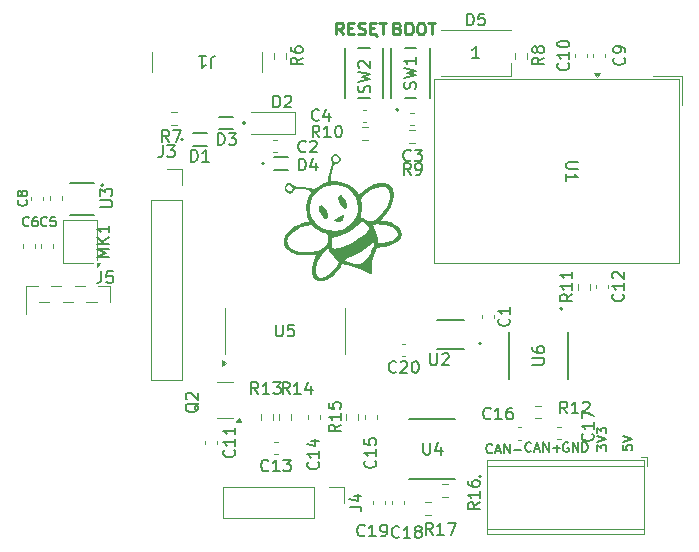
<source format=gbr>
%TF.GenerationSoftware,KiCad,Pcbnew,8.0.5*%
%TF.CreationDate,2024-09-28T10:16:11+02:00*%
%TF.ProjectId,Slave,536c6176-652e-46b6-9963-61645f706362,rev?*%
%TF.SameCoordinates,Original*%
%TF.FileFunction,Legend,Top*%
%TF.FilePolarity,Positive*%
%FSLAX46Y46*%
G04 Gerber Fmt 4.6, Leading zero omitted, Abs format (unit mm)*
G04 Created by KiCad (PCBNEW 8.0.5) date 2024-09-28 10:16:11*
%MOMM*%
%LPD*%
G01*
G04 APERTURE LIST*
%ADD10C,0.150000*%
%ADD11C,0.250000*%
%ADD12C,0.120000*%
%ADD13C,0.127000*%
%ADD14C,0.200000*%
%ADD15C,0.000000*%
G04 APERTURE END LIST*
D10*
X65643303Y-74875104D02*
X65605207Y-74913200D01*
X65605207Y-74913200D02*
X65490922Y-74951295D01*
X65490922Y-74951295D02*
X65414731Y-74951295D01*
X65414731Y-74951295D02*
X65300445Y-74913200D01*
X65300445Y-74913200D02*
X65224255Y-74837009D01*
X65224255Y-74837009D02*
X65186160Y-74760819D01*
X65186160Y-74760819D02*
X65148064Y-74608438D01*
X65148064Y-74608438D02*
X65148064Y-74494152D01*
X65148064Y-74494152D02*
X65186160Y-74341771D01*
X65186160Y-74341771D02*
X65224255Y-74265580D01*
X65224255Y-74265580D02*
X65300445Y-74189390D01*
X65300445Y-74189390D02*
X65414731Y-74151295D01*
X65414731Y-74151295D02*
X65490922Y-74151295D01*
X65490922Y-74151295D02*
X65605207Y-74189390D01*
X65605207Y-74189390D02*
X65643303Y-74227485D01*
X65948064Y-74722723D02*
X66329017Y-74722723D01*
X65871874Y-74951295D02*
X66138541Y-74151295D01*
X66138541Y-74151295D02*
X66405207Y-74951295D01*
X66671874Y-74951295D02*
X66671874Y-74151295D01*
X66671874Y-74151295D02*
X67129017Y-74951295D01*
X67129017Y-74951295D02*
X67129017Y-74151295D01*
X67509969Y-74646533D02*
X68119493Y-74646533D01*
X67814731Y-74951295D02*
X67814731Y-74341771D01*
X71230295Y-74844030D02*
X71230295Y-74348792D01*
X71230295Y-74348792D02*
X71535057Y-74615458D01*
X71535057Y-74615458D02*
X71535057Y-74501173D01*
X71535057Y-74501173D02*
X71573152Y-74424982D01*
X71573152Y-74424982D02*
X71611247Y-74386887D01*
X71611247Y-74386887D02*
X71687438Y-74348792D01*
X71687438Y-74348792D02*
X71877914Y-74348792D01*
X71877914Y-74348792D02*
X71954104Y-74386887D01*
X71954104Y-74386887D02*
X71992200Y-74424982D01*
X71992200Y-74424982D02*
X72030295Y-74501173D01*
X72030295Y-74501173D02*
X72030295Y-74729744D01*
X72030295Y-74729744D02*
X71992200Y-74805935D01*
X71992200Y-74805935D02*
X71954104Y-74844030D01*
X71230295Y-74120220D02*
X72030295Y-73853553D01*
X72030295Y-73853553D02*
X71230295Y-73586887D01*
X71230295Y-73396411D02*
X71230295Y-72901173D01*
X71230295Y-72901173D02*
X71535057Y-73167839D01*
X71535057Y-73167839D02*
X71535057Y-73053554D01*
X71535057Y-73053554D02*
X71573152Y-72977363D01*
X71573152Y-72977363D02*
X71611247Y-72939268D01*
X71611247Y-72939268D02*
X71687438Y-72901173D01*
X71687438Y-72901173D02*
X71877914Y-72901173D01*
X71877914Y-72901173D02*
X71954104Y-72939268D01*
X71954104Y-72939268D02*
X71992200Y-72977363D01*
X71992200Y-72977363D02*
X72030295Y-73053554D01*
X72030295Y-73053554D02*
X72030295Y-73282125D01*
X72030295Y-73282125D02*
X71992200Y-73358316D01*
X71992200Y-73358316D02*
X71954104Y-73396411D01*
D11*
X54329901Y-39091809D02*
X54472758Y-39139428D01*
X54472758Y-39139428D02*
X54520377Y-39187047D01*
X54520377Y-39187047D02*
X54567996Y-39282285D01*
X54567996Y-39282285D02*
X54567996Y-39425142D01*
X54567996Y-39425142D02*
X54520377Y-39520380D01*
X54520377Y-39520380D02*
X54472758Y-39568000D01*
X54472758Y-39568000D02*
X54377520Y-39615619D01*
X54377520Y-39615619D02*
X53996568Y-39615619D01*
X53996568Y-39615619D02*
X53996568Y-38615619D01*
X53996568Y-38615619D02*
X54329901Y-38615619D01*
X54329901Y-38615619D02*
X54425139Y-38663238D01*
X54425139Y-38663238D02*
X54472758Y-38710857D01*
X54472758Y-38710857D02*
X54520377Y-38806095D01*
X54520377Y-38806095D02*
X54520377Y-38901333D01*
X54520377Y-38901333D02*
X54472758Y-38996571D01*
X54472758Y-38996571D02*
X54425139Y-39044190D01*
X54425139Y-39044190D02*
X54329901Y-39091809D01*
X54329901Y-39091809D02*
X53996568Y-39091809D01*
X55187044Y-38615619D02*
X55377520Y-38615619D01*
X55377520Y-38615619D02*
X55472758Y-38663238D01*
X55472758Y-38663238D02*
X55567996Y-38758476D01*
X55567996Y-38758476D02*
X55615615Y-38948952D01*
X55615615Y-38948952D02*
X55615615Y-39282285D01*
X55615615Y-39282285D02*
X55567996Y-39472761D01*
X55567996Y-39472761D02*
X55472758Y-39568000D01*
X55472758Y-39568000D02*
X55377520Y-39615619D01*
X55377520Y-39615619D02*
X55187044Y-39615619D01*
X55187044Y-39615619D02*
X55091806Y-39568000D01*
X55091806Y-39568000D02*
X54996568Y-39472761D01*
X54996568Y-39472761D02*
X54948949Y-39282285D01*
X54948949Y-39282285D02*
X54948949Y-38948952D01*
X54948949Y-38948952D02*
X54996568Y-38758476D01*
X54996568Y-38758476D02*
X55091806Y-38663238D01*
X55091806Y-38663238D02*
X55187044Y-38615619D01*
X56234663Y-38615619D02*
X56425139Y-38615619D01*
X56425139Y-38615619D02*
X56520377Y-38663238D01*
X56520377Y-38663238D02*
X56615615Y-38758476D01*
X56615615Y-38758476D02*
X56663234Y-38948952D01*
X56663234Y-38948952D02*
X56663234Y-39282285D01*
X56663234Y-39282285D02*
X56615615Y-39472761D01*
X56615615Y-39472761D02*
X56520377Y-39568000D01*
X56520377Y-39568000D02*
X56425139Y-39615619D01*
X56425139Y-39615619D02*
X56234663Y-39615619D01*
X56234663Y-39615619D02*
X56139425Y-39568000D01*
X56139425Y-39568000D02*
X56044187Y-39472761D01*
X56044187Y-39472761D02*
X55996568Y-39282285D01*
X55996568Y-39282285D02*
X55996568Y-38948952D01*
X55996568Y-38948952D02*
X56044187Y-38758476D01*
X56044187Y-38758476D02*
X56139425Y-38663238D01*
X56139425Y-38663238D02*
X56234663Y-38615619D01*
X56948949Y-38615619D02*
X57520377Y-38615619D01*
X57234663Y-39615619D02*
X57234663Y-38615619D01*
D10*
X68780207Y-74189390D02*
X68704017Y-74151295D01*
X68704017Y-74151295D02*
X68589731Y-74151295D01*
X68589731Y-74151295D02*
X68475445Y-74189390D01*
X68475445Y-74189390D02*
X68399255Y-74265580D01*
X68399255Y-74265580D02*
X68361160Y-74341771D01*
X68361160Y-74341771D02*
X68323064Y-74494152D01*
X68323064Y-74494152D02*
X68323064Y-74608438D01*
X68323064Y-74608438D02*
X68361160Y-74760819D01*
X68361160Y-74760819D02*
X68399255Y-74837009D01*
X68399255Y-74837009D02*
X68475445Y-74913200D01*
X68475445Y-74913200D02*
X68589731Y-74951295D01*
X68589731Y-74951295D02*
X68665922Y-74951295D01*
X68665922Y-74951295D02*
X68780207Y-74913200D01*
X68780207Y-74913200D02*
X68818303Y-74875104D01*
X68818303Y-74875104D02*
X68818303Y-74608438D01*
X68818303Y-74608438D02*
X68665922Y-74608438D01*
X69161160Y-74951295D02*
X69161160Y-74151295D01*
X69161160Y-74151295D02*
X69618303Y-74951295D01*
X69618303Y-74951295D02*
X69618303Y-74151295D01*
X69999255Y-74951295D02*
X69999255Y-74151295D01*
X69999255Y-74151295D02*
X70189731Y-74151295D01*
X70189731Y-74151295D02*
X70304017Y-74189390D01*
X70304017Y-74189390D02*
X70380207Y-74265580D01*
X70380207Y-74265580D02*
X70418302Y-74341771D01*
X70418302Y-74341771D02*
X70456398Y-74494152D01*
X70456398Y-74494152D02*
X70456398Y-74608438D01*
X70456398Y-74608438D02*
X70418302Y-74760819D01*
X70418302Y-74760819D02*
X70380207Y-74837009D01*
X70380207Y-74837009D02*
X70304017Y-74913200D01*
X70304017Y-74913200D02*
X70189731Y-74951295D01*
X70189731Y-74951295D02*
X69999255Y-74951295D01*
X62341303Y-75002104D02*
X62303207Y-75040200D01*
X62303207Y-75040200D02*
X62188922Y-75078295D01*
X62188922Y-75078295D02*
X62112731Y-75078295D01*
X62112731Y-75078295D02*
X61998445Y-75040200D01*
X61998445Y-75040200D02*
X61922255Y-74964009D01*
X61922255Y-74964009D02*
X61884160Y-74887819D01*
X61884160Y-74887819D02*
X61846064Y-74735438D01*
X61846064Y-74735438D02*
X61846064Y-74621152D01*
X61846064Y-74621152D02*
X61884160Y-74468771D01*
X61884160Y-74468771D02*
X61922255Y-74392580D01*
X61922255Y-74392580D02*
X61998445Y-74316390D01*
X61998445Y-74316390D02*
X62112731Y-74278295D01*
X62112731Y-74278295D02*
X62188922Y-74278295D01*
X62188922Y-74278295D02*
X62303207Y-74316390D01*
X62303207Y-74316390D02*
X62341303Y-74354485D01*
X62646064Y-74849723D02*
X63027017Y-74849723D01*
X62569874Y-75078295D02*
X62836541Y-74278295D01*
X62836541Y-74278295D02*
X63103207Y-75078295D01*
X63369874Y-75078295D02*
X63369874Y-74278295D01*
X63369874Y-74278295D02*
X63827017Y-75078295D01*
X63827017Y-75078295D02*
X63827017Y-74278295D01*
X64207969Y-74773533D02*
X64817493Y-74773533D01*
D11*
X49741996Y-39615619D02*
X49408663Y-39139428D01*
X49170568Y-39615619D02*
X49170568Y-38615619D01*
X49170568Y-38615619D02*
X49551520Y-38615619D01*
X49551520Y-38615619D02*
X49646758Y-38663238D01*
X49646758Y-38663238D02*
X49694377Y-38710857D01*
X49694377Y-38710857D02*
X49741996Y-38806095D01*
X49741996Y-38806095D02*
X49741996Y-38948952D01*
X49741996Y-38948952D02*
X49694377Y-39044190D01*
X49694377Y-39044190D02*
X49646758Y-39091809D01*
X49646758Y-39091809D02*
X49551520Y-39139428D01*
X49551520Y-39139428D02*
X49170568Y-39139428D01*
X50170568Y-39091809D02*
X50503901Y-39091809D01*
X50646758Y-39615619D02*
X50170568Y-39615619D01*
X50170568Y-39615619D02*
X50170568Y-38615619D01*
X50170568Y-38615619D02*
X50646758Y-38615619D01*
X51027711Y-39568000D02*
X51170568Y-39615619D01*
X51170568Y-39615619D02*
X51408663Y-39615619D01*
X51408663Y-39615619D02*
X51503901Y-39568000D01*
X51503901Y-39568000D02*
X51551520Y-39520380D01*
X51551520Y-39520380D02*
X51599139Y-39425142D01*
X51599139Y-39425142D02*
X51599139Y-39329904D01*
X51599139Y-39329904D02*
X51551520Y-39234666D01*
X51551520Y-39234666D02*
X51503901Y-39187047D01*
X51503901Y-39187047D02*
X51408663Y-39139428D01*
X51408663Y-39139428D02*
X51218187Y-39091809D01*
X51218187Y-39091809D02*
X51122949Y-39044190D01*
X51122949Y-39044190D02*
X51075330Y-38996571D01*
X51075330Y-38996571D02*
X51027711Y-38901333D01*
X51027711Y-38901333D02*
X51027711Y-38806095D01*
X51027711Y-38806095D02*
X51075330Y-38710857D01*
X51075330Y-38710857D02*
X51122949Y-38663238D01*
X51122949Y-38663238D02*
X51218187Y-38615619D01*
X51218187Y-38615619D02*
X51456282Y-38615619D01*
X51456282Y-38615619D02*
X51599139Y-38663238D01*
X52027711Y-39091809D02*
X52361044Y-39091809D01*
X52503901Y-39615619D02*
X52027711Y-39615619D01*
X52027711Y-39615619D02*
X52027711Y-38615619D01*
X52027711Y-38615619D02*
X52503901Y-38615619D01*
X52789616Y-38615619D02*
X53361044Y-38615619D01*
X53075330Y-39615619D02*
X53075330Y-38615619D01*
D10*
X73389295Y-74386887D02*
X73389295Y-74767839D01*
X73389295Y-74767839D02*
X73770247Y-74805935D01*
X73770247Y-74805935D02*
X73732152Y-74767839D01*
X73732152Y-74767839D02*
X73694057Y-74691649D01*
X73694057Y-74691649D02*
X73694057Y-74501173D01*
X73694057Y-74501173D02*
X73732152Y-74424982D01*
X73732152Y-74424982D02*
X73770247Y-74386887D01*
X73770247Y-74386887D02*
X73846438Y-74348792D01*
X73846438Y-74348792D02*
X74036914Y-74348792D01*
X74036914Y-74348792D02*
X74113104Y-74386887D01*
X74113104Y-74386887D02*
X74151200Y-74424982D01*
X74151200Y-74424982D02*
X74189295Y-74501173D01*
X74189295Y-74501173D02*
X74189295Y-74691649D01*
X74189295Y-74691649D02*
X74151200Y-74767839D01*
X74151200Y-74767839D02*
X74113104Y-74805935D01*
X73389295Y-74120220D02*
X74189295Y-73853553D01*
X74189295Y-73853553D02*
X73389295Y-73586887D01*
X34464666Y-49008819D02*
X34464666Y-49723104D01*
X34464666Y-49723104D02*
X34417047Y-49865961D01*
X34417047Y-49865961D02*
X34321809Y-49961200D01*
X34321809Y-49961200D02*
X34178952Y-50008819D01*
X34178952Y-50008819D02*
X34083714Y-50008819D01*
X34845619Y-49008819D02*
X35464666Y-49008819D01*
X35464666Y-49008819D02*
X35131333Y-49389771D01*
X35131333Y-49389771D02*
X35274190Y-49389771D01*
X35274190Y-49389771D02*
X35369428Y-49437390D01*
X35369428Y-49437390D02*
X35417047Y-49485009D01*
X35417047Y-49485009D02*
X35464666Y-49580247D01*
X35464666Y-49580247D02*
X35464666Y-49818342D01*
X35464666Y-49818342D02*
X35417047Y-49913580D01*
X35417047Y-49913580D02*
X35369428Y-49961200D01*
X35369428Y-49961200D02*
X35274190Y-50008819D01*
X35274190Y-50008819D02*
X34988476Y-50008819D01*
X34988476Y-50008819D02*
X34893238Y-49961200D01*
X34893238Y-49961200D02*
X34845619Y-49913580D01*
X70844580Y-73413857D02*
X70892200Y-73461476D01*
X70892200Y-73461476D02*
X70939819Y-73604333D01*
X70939819Y-73604333D02*
X70939819Y-73699571D01*
X70939819Y-73699571D02*
X70892200Y-73842428D01*
X70892200Y-73842428D02*
X70796961Y-73937666D01*
X70796961Y-73937666D02*
X70701723Y-73985285D01*
X70701723Y-73985285D02*
X70511247Y-74032904D01*
X70511247Y-74032904D02*
X70368390Y-74032904D01*
X70368390Y-74032904D02*
X70177914Y-73985285D01*
X70177914Y-73985285D02*
X70082676Y-73937666D01*
X70082676Y-73937666D02*
X69987438Y-73842428D01*
X69987438Y-73842428D02*
X69939819Y-73699571D01*
X69939819Y-73699571D02*
X69939819Y-73604333D01*
X69939819Y-73604333D02*
X69987438Y-73461476D01*
X69987438Y-73461476D02*
X70035057Y-73413857D01*
X70939819Y-72461476D02*
X70939819Y-73032904D01*
X70939819Y-72747190D02*
X69939819Y-72747190D01*
X69939819Y-72747190D02*
X70082676Y-72842428D01*
X70082676Y-72842428D02*
X70177914Y-72937666D01*
X70177914Y-72937666D02*
X70225533Y-73032904D01*
X69939819Y-72128142D02*
X69939819Y-71461476D01*
X69939819Y-71461476D02*
X70939819Y-71890047D01*
X63765580Y-63666666D02*
X63813200Y-63714285D01*
X63813200Y-63714285D02*
X63860819Y-63857142D01*
X63860819Y-63857142D02*
X63860819Y-63952380D01*
X63860819Y-63952380D02*
X63813200Y-64095237D01*
X63813200Y-64095237D02*
X63717961Y-64190475D01*
X63717961Y-64190475D02*
X63622723Y-64238094D01*
X63622723Y-64238094D02*
X63432247Y-64285713D01*
X63432247Y-64285713D02*
X63289390Y-64285713D01*
X63289390Y-64285713D02*
X63098914Y-64238094D01*
X63098914Y-64238094D02*
X63003676Y-64190475D01*
X63003676Y-64190475D02*
X62908438Y-64095237D01*
X62908438Y-64095237D02*
X62860819Y-63952380D01*
X62860819Y-63952380D02*
X62860819Y-63857142D01*
X62860819Y-63857142D02*
X62908438Y-63714285D01*
X62908438Y-63714285D02*
X62956057Y-63666666D01*
X63860819Y-62714285D02*
X63860819Y-63285713D01*
X63860819Y-62999999D02*
X62860819Y-62999999D01*
X62860819Y-62999999D02*
X63003676Y-63095237D01*
X63003676Y-63095237D02*
X63098914Y-63190475D01*
X63098914Y-63190475D02*
X63146533Y-63285713D01*
X52429580Y-75688357D02*
X52477200Y-75735976D01*
X52477200Y-75735976D02*
X52524819Y-75878833D01*
X52524819Y-75878833D02*
X52524819Y-75974071D01*
X52524819Y-75974071D02*
X52477200Y-76116928D01*
X52477200Y-76116928D02*
X52381961Y-76212166D01*
X52381961Y-76212166D02*
X52286723Y-76259785D01*
X52286723Y-76259785D02*
X52096247Y-76307404D01*
X52096247Y-76307404D02*
X51953390Y-76307404D01*
X51953390Y-76307404D02*
X51762914Y-76259785D01*
X51762914Y-76259785D02*
X51667676Y-76212166D01*
X51667676Y-76212166D02*
X51572438Y-76116928D01*
X51572438Y-76116928D02*
X51524819Y-75974071D01*
X51524819Y-75974071D02*
X51524819Y-75878833D01*
X51524819Y-75878833D02*
X51572438Y-75735976D01*
X51572438Y-75735976D02*
X51620057Y-75688357D01*
X52524819Y-74735976D02*
X52524819Y-75307404D01*
X52524819Y-75021690D02*
X51524819Y-75021690D01*
X51524819Y-75021690D02*
X51667676Y-75116928D01*
X51667676Y-75116928D02*
X51762914Y-75212166D01*
X51762914Y-75212166D02*
X51810533Y-75307404D01*
X51524819Y-73831214D02*
X51524819Y-74307404D01*
X51524819Y-74307404D02*
X52001009Y-74355023D01*
X52001009Y-74355023D02*
X51953390Y-74307404D01*
X51953390Y-74307404D02*
X51905771Y-74212166D01*
X51905771Y-74212166D02*
X51905771Y-73974071D01*
X51905771Y-73974071D02*
X51953390Y-73878833D01*
X51953390Y-73878833D02*
X52001009Y-73831214D01*
X52001009Y-73831214D02*
X52096247Y-73783595D01*
X52096247Y-73783595D02*
X52334342Y-73783595D01*
X52334342Y-73783595D02*
X52429580Y-73831214D01*
X52429580Y-73831214D02*
X52477200Y-73878833D01*
X52477200Y-73878833D02*
X52524819Y-73974071D01*
X52524819Y-73974071D02*
X52524819Y-74212166D01*
X52524819Y-74212166D02*
X52477200Y-74307404D01*
X52477200Y-74307404D02*
X52429580Y-74355023D01*
X55459333Y-50270580D02*
X55411714Y-50318200D01*
X55411714Y-50318200D02*
X55268857Y-50365819D01*
X55268857Y-50365819D02*
X55173619Y-50365819D01*
X55173619Y-50365819D02*
X55030762Y-50318200D01*
X55030762Y-50318200D02*
X54935524Y-50222961D01*
X54935524Y-50222961D02*
X54887905Y-50127723D01*
X54887905Y-50127723D02*
X54840286Y-49937247D01*
X54840286Y-49937247D02*
X54840286Y-49794390D01*
X54840286Y-49794390D02*
X54887905Y-49603914D01*
X54887905Y-49603914D02*
X54935524Y-49508676D01*
X54935524Y-49508676D02*
X55030762Y-49413438D01*
X55030762Y-49413438D02*
X55173619Y-49365819D01*
X55173619Y-49365819D02*
X55268857Y-49365819D01*
X55268857Y-49365819D02*
X55411714Y-49413438D01*
X55411714Y-49413438D02*
X55459333Y-49461057D01*
X55792667Y-49365819D02*
X56411714Y-49365819D01*
X56411714Y-49365819D02*
X56078381Y-49746771D01*
X56078381Y-49746771D02*
X56221238Y-49746771D01*
X56221238Y-49746771D02*
X56316476Y-49794390D01*
X56316476Y-49794390D02*
X56364095Y-49842009D01*
X56364095Y-49842009D02*
X56411714Y-49937247D01*
X56411714Y-49937247D02*
X56411714Y-50175342D01*
X56411714Y-50175342D02*
X56364095Y-50270580D01*
X56364095Y-50270580D02*
X56316476Y-50318200D01*
X56316476Y-50318200D02*
X56221238Y-50365819D01*
X56221238Y-50365819D02*
X55935524Y-50365819D01*
X55935524Y-50365819D02*
X55840286Y-50318200D01*
X55840286Y-50318200D02*
X55792667Y-50270580D01*
X51554142Y-82020580D02*
X51506523Y-82068200D01*
X51506523Y-82068200D02*
X51363666Y-82115819D01*
X51363666Y-82115819D02*
X51268428Y-82115819D01*
X51268428Y-82115819D02*
X51125571Y-82068200D01*
X51125571Y-82068200D02*
X51030333Y-81972961D01*
X51030333Y-81972961D02*
X50982714Y-81877723D01*
X50982714Y-81877723D02*
X50935095Y-81687247D01*
X50935095Y-81687247D02*
X50935095Y-81544390D01*
X50935095Y-81544390D02*
X50982714Y-81353914D01*
X50982714Y-81353914D02*
X51030333Y-81258676D01*
X51030333Y-81258676D02*
X51125571Y-81163438D01*
X51125571Y-81163438D02*
X51268428Y-81115819D01*
X51268428Y-81115819D02*
X51363666Y-81115819D01*
X51363666Y-81115819D02*
X51506523Y-81163438D01*
X51506523Y-81163438D02*
X51554142Y-81211057D01*
X52506523Y-82115819D02*
X51935095Y-82115819D01*
X52220809Y-82115819D02*
X52220809Y-81115819D01*
X52220809Y-81115819D02*
X52125571Y-81258676D01*
X52125571Y-81258676D02*
X52030333Y-81353914D01*
X52030333Y-81353914D02*
X51935095Y-81401533D01*
X52982714Y-82115819D02*
X53173190Y-82115819D01*
X53173190Y-82115819D02*
X53268428Y-82068200D01*
X53268428Y-82068200D02*
X53316047Y-82020580D01*
X53316047Y-82020580D02*
X53411285Y-81877723D01*
X53411285Y-81877723D02*
X53458904Y-81687247D01*
X53458904Y-81687247D02*
X53458904Y-81306295D01*
X53458904Y-81306295D02*
X53411285Y-81211057D01*
X53411285Y-81211057D02*
X53363666Y-81163438D01*
X53363666Y-81163438D02*
X53268428Y-81115819D01*
X53268428Y-81115819D02*
X53077952Y-81115819D01*
X53077952Y-81115819D02*
X52982714Y-81163438D01*
X52982714Y-81163438D02*
X52935095Y-81211057D01*
X52935095Y-81211057D02*
X52887476Y-81306295D01*
X52887476Y-81306295D02*
X52887476Y-81544390D01*
X52887476Y-81544390D02*
X52935095Y-81639628D01*
X52935095Y-81639628D02*
X52982714Y-81687247D01*
X52982714Y-81687247D02*
X53077952Y-81734866D01*
X53077952Y-81734866D02*
X53268428Y-81734866D01*
X53268428Y-81734866D02*
X53363666Y-81687247D01*
X53363666Y-81687247D02*
X53411285Y-81639628D01*
X53411285Y-81639628D02*
X53458904Y-81544390D01*
X46301819Y-41568666D02*
X45825628Y-41901999D01*
X46301819Y-42140094D02*
X45301819Y-42140094D01*
X45301819Y-42140094D02*
X45301819Y-41759142D01*
X45301819Y-41759142D02*
X45349438Y-41663904D01*
X45349438Y-41663904D02*
X45397057Y-41616285D01*
X45397057Y-41616285D02*
X45492295Y-41568666D01*
X45492295Y-41568666D02*
X45635152Y-41568666D01*
X45635152Y-41568666D02*
X45730390Y-41616285D01*
X45730390Y-41616285D02*
X45778009Y-41663904D01*
X45778009Y-41663904D02*
X45825628Y-41759142D01*
X45825628Y-41759142D02*
X45825628Y-42140094D01*
X45301819Y-40711523D02*
X45301819Y-40901999D01*
X45301819Y-40901999D02*
X45349438Y-40997237D01*
X45349438Y-40997237D02*
X45397057Y-41044856D01*
X45397057Y-41044856D02*
X45539914Y-41140094D01*
X45539914Y-41140094D02*
X45730390Y-41187713D01*
X45730390Y-41187713D02*
X46111342Y-41187713D01*
X46111342Y-41187713D02*
X46206580Y-41140094D01*
X46206580Y-41140094D02*
X46254200Y-41092475D01*
X46254200Y-41092475D02*
X46301819Y-40997237D01*
X46301819Y-40997237D02*
X46301819Y-40806761D01*
X46301819Y-40806761D02*
X46254200Y-40711523D01*
X46254200Y-40711523D02*
X46206580Y-40663904D01*
X46206580Y-40663904D02*
X46111342Y-40616285D01*
X46111342Y-40616285D02*
X45873247Y-40616285D01*
X45873247Y-40616285D02*
X45778009Y-40663904D01*
X45778009Y-40663904D02*
X45730390Y-40711523D01*
X45730390Y-40711523D02*
X45682771Y-40806761D01*
X45682771Y-40806761D02*
X45682771Y-40997237D01*
X45682771Y-40997237D02*
X45730390Y-41092475D01*
X45730390Y-41092475D02*
X45778009Y-41140094D01*
X45778009Y-41140094D02*
X45873247Y-41187713D01*
X23107667Y-55785104D02*
X23069571Y-55823200D01*
X23069571Y-55823200D02*
X22955286Y-55861295D01*
X22955286Y-55861295D02*
X22879095Y-55861295D01*
X22879095Y-55861295D02*
X22764809Y-55823200D01*
X22764809Y-55823200D02*
X22688619Y-55747009D01*
X22688619Y-55747009D02*
X22650524Y-55670819D01*
X22650524Y-55670819D02*
X22612428Y-55518438D01*
X22612428Y-55518438D02*
X22612428Y-55404152D01*
X22612428Y-55404152D02*
X22650524Y-55251771D01*
X22650524Y-55251771D02*
X22688619Y-55175580D01*
X22688619Y-55175580D02*
X22764809Y-55099390D01*
X22764809Y-55099390D02*
X22879095Y-55061295D01*
X22879095Y-55061295D02*
X22955286Y-55061295D01*
X22955286Y-55061295D02*
X23069571Y-55099390D01*
X23069571Y-55099390D02*
X23107667Y-55137485D01*
X23793381Y-55061295D02*
X23641000Y-55061295D01*
X23641000Y-55061295D02*
X23564809Y-55099390D01*
X23564809Y-55099390D02*
X23526714Y-55137485D01*
X23526714Y-55137485D02*
X23450524Y-55251771D01*
X23450524Y-55251771D02*
X23412428Y-55404152D01*
X23412428Y-55404152D02*
X23412428Y-55708914D01*
X23412428Y-55708914D02*
X23450524Y-55785104D01*
X23450524Y-55785104D02*
X23488619Y-55823200D01*
X23488619Y-55823200D02*
X23564809Y-55861295D01*
X23564809Y-55861295D02*
X23717190Y-55861295D01*
X23717190Y-55861295D02*
X23793381Y-55823200D01*
X23793381Y-55823200D02*
X23831476Y-55785104D01*
X23831476Y-55785104D02*
X23869571Y-55708914D01*
X23869571Y-55708914D02*
X23869571Y-55518438D01*
X23869571Y-55518438D02*
X23831476Y-55442247D01*
X23831476Y-55442247D02*
X23793381Y-55404152D01*
X23793381Y-55404152D02*
X23717190Y-55366057D01*
X23717190Y-55366057D02*
X23564809Y-55366057D01*
X23564809Y-55366057D02*
X23488619Y-55404152D01*
X23488619Y-55404152D02*
X23450524Y-55442247D01*
X23450524Y-55442247D02*
X23412428Y-55518438D01*
X38535333Y-42455180D02*
X38535333Y-41740895D01*
X38535333Y-41740895D02*
X38582952Y-41598038D01*
X38582952Y-41598038D02*
X38678190Y-41502800D01*
X38678190Y-41502800D02*
X38821047Y-41455180D01*
X38821047Y-41455180D02*
X38916285Y-41455180D01*
X37535333Y-41455180D02*
X38106761Y-41455180D01*
X37821047Y-41455180D02*
X37821047Y-42455180D01*
X37821047Y-42455180D02*
X37916285Y-42312323D01*
X37916285Y-42312323D02*
X38011523Y-42217085D01*
X38011523Y-42217085D02*
X38106761Y-42169466D01*
X47685833Y-46841580D02*
X47638214Y-46889200D01*
X47638214Y-46889200D02*
X47495357Y-46936819D01*
X47495357Y-46936819D02*
X47400119Y-46936819D01*
X47400119Y-46936819D02*
X47257262Y-46889200D01*
X47257262Y-46889200D02*
X47162024Y-46793961D01*
X47162024Y-46793961D02*
X47114405Y-46698723D01*
X47114405Y-46698723D02*
X47066786Y-46508247D01*
X47066786Y-46508247D02*
X47066786Y-46365390D01*
X47066786Y-46365390D02*
X47114405Y-46174914D01*
X47114405Y-46174914D02*
X47162024Y-46079676D01*
X47162024Y-46079676D02*
X47257262Y-45984438D01*
X47257262Y-45984438D02*
X47400119Y-45936819D01*
X47400119Y-45936819D02*
X47495357Y-45936819D01*
X47495357Y-45936819D02*
X47638214Y-45984438D01*
X47638214Y-45984438D02*
X47685833Y-46032057D01*
X48542976Y-46270152D02*
X48542976Y-46936819D01*
X48304881Y-45889200D02*
X48066786Y-46603485D01*
X48066786Y-46603485D02*
X48685833Y-46603485D01*
X22892104Y-53600332D02*
X22930200Y-53638428D01*
X22930200Y-53638428D02*
X22968295Y-53752713D01*
X22968295Y-53752713D02*
X22968295Y-53828904D01*
X22968295Y-53828904D02*
X22930200Y-53943190D01*
X22930200Y-53943190D02*
X22854009Y-54019380D01*
X22854009Y-54019380D02*
X22777819Y-54057475D01*
X22777819Y-54057475D02*
X22625438Y-54095571D01*
X22625438Y-54095571D02*
X22511152Y-54095571D01*
X22511152Y-54095571D02*
X22358771Y-54057475D01*
X22358771Y-54057475D02*
X22282580Y-54019380D01*
X22282580Y-54019380D02*
X22206390Y-53943190D01*
X22206390Y-53943190D02*
X22168295Y-53828904D01*
X22168295Y-53828904D02*
X22168295Y-53752713D01*
X22168295Y-53752713D02*
X22206390Y-53638428D01*
X22206390Y-53638428D02*
X22244485Y-53600332D01*
X22511152Y-53143190D02*
X22473057Y-53219380D01*
X22473057Y-53219380D02*
X22434961Y-53257475D01*
X22434961Y-53257475D02*
X22358771Y-53295571D01*
X22358771Y-53295571D02*
X22320676Y-53295571D01*
X22320676Y-53295571D02*
X22244485Y-53257475D01*
X22244485Y-53257475D02*
X22206390Y-53219380D01*
X22206390Y-53219380D02*
X22168295Y-53143190D01*
X22168295Y-53143190D02*
X22168295Y-52990809D01*
X22168295Y-52990809D02*
X22206390Y-52914618D01*
X22206390Y-52914618D02*
X22244485Y-52876523D01*
X22244485Y-52876523D02*
X22320676Y-52838428D01*
X22320676Y-52838428D02*
X22358771Y-52838428D01*
X22358771Y-52838428D02*
X22434961Y-52876523D01*
X22434961Y-52876523D02*
X22473057Y-52914618D01*
X22473057Y-52914618D02*
X22511152Y-52990809D01*
X22511152Y-52990809D02*
X22511152Y-53143190D01*
X22511152Y-53143190D02*
X22549247Y-53219380D01*
X22549247Y-53219380D02*
X22587342Y-53257475D01*
X22587342Y-53257475D02*
X22663533Y-53295571D01*
X22663533Y-53295571D02*
X22815914Y-53295571D01*
X22815914Y-53295571D02*
X22892104Y-53257475D01*
X22892104Y-53257475D02*
X22930200Y-53219380D01*
X22930200Y-53219380D02*
X22968295Y-53143190D01*
X22968295Y-53143190D02*
X22968295Y-52990809D01*
X22968295Y-52990809D02*
X22930200Y-52914618D01*
X22930200Y-52914618D02*
X22892104Y-52876523D01*
X22892104Y-52876523D02*
X22815914Y-52838428D01*
X22815914Y-52838428D02*
X22663533Y-52838428D01*
X22663533Y-52838428D02*
X22587342Y-52876523D01*
X22587342Y-52876523D02*
X22549247Y-52914618D01*
X22549247Y-52914618D02*
X22511152Y-52990809D01*
X37507057Y-70834238D02*
X37459438Y-70929476D01*
X37459438Y-70929476D02*
X37364200Y-71024714D01*
X37364200Y-71024714D02*
X37221342Y-71167571D01*
X37221342Y-71167571D02*
X37173723Y-71262809D01*
X37173723Y-71262809D02*
X37173723Y-71358047D01*
X37411819Y-71310428D02*
X37364200Y-71405666D01*
X37364200Y-71405666D02*
X37268961Y-71500904D01*
X37268961Y-71500904D02*
X37078485Y-71548523D01*
X37078485Y-71548523D02*
X36745152Y-71548523D01*
X36745152Y-71548523D02*
X36554676Y-71500904D01*
X36554676Y-71500904D02*
X36459438Y-71405666D01*
X36459438Y-71405666D02*
X36411819Y-71310428D01*
X36411819Y-71310428D02*
X36411819Y-71119952D01*
X36411819Y-71119952D02*
X36459438Y-71024714D01*
X36459438Y-71024714D02*
X36554676Y-70929476D01*
X36554676Y-70929476D02*
X36745152Y-70881857D01*
X36745152Y-70881857D02*
X37078485Y-70881857D01*
X37078485Y-70881857D02*
X37268961Y-70929476D01*
X37268961Y-70929476D02*
X37364200Y-71024714D01*
X37364200Y-71024714D02*
X37411819Y-71119952D01*
X37411819Y-71119952D02*
X37411819Y-71310428D01*
X36507057Y-70500904D02*
X36459438Y-70453285D01*
X36459438Y-70453285D02*
X36411819Y-70358047D01*
X36411819Y-70358047D02*
X36411819Y-70119952D01*
X36411819Y-70119952D02*
X36459438Y-70024714D01*
X36459438Y-70024714D02*
X36507057Y-69977095D01*
X36507057Y-69977095D02*
X36602295Y-69929476D01*
X36602295Y-69929476D02*
X36697533Y-69929476D01*
X36697533Y-69929476D02*
X36840390Y-69977095D01*
X36840390Y-69977095D02*
X37411819Y-70548523D01*
X37411819Y-70548523D02*
X37411819Y-69929476D01*
X57114095Y-66613819D02*
X57114095Y-67423342D01*
X57114095Y-67423342D02*
X57161714Y-67518580D01*
X57161714Y-67518580D02*
X57209333Y-67566200D01*
X57209333Y-67566200D02*
X57304571Y-67613819D01*
X57304571Y-67613819D02*
X57495047Y-67613819D01*
X57495047Y-67613819D02*
X57590285Y-67566200D01*
X57590285Y-67566200D02*
X57637904Y-67518580D01*
X57637904Y-67518580D02*
X57685523Y-67423342D01*
X57685523Y-67423342D02*
X57685523Y-66613819D01*
X58114095Y-66709057D02*
X58161714Y-66661438D01*
X58161714Y-66661438D02*
X58256952Y-66613819D01*
X58256952Y-66613819D02*
X58495047Y-66613819D01*
X58495047Y-66613819D02*
X58590285Y-66661438D01*
X58590285Y-66661438D02*
X58637904Y-66709057D01*
X58637904Y-66709057D02*
X58685523Y-66804295D01*
X58685523Y-66804295D02*
X58685523Y-66899533D01*
X58685523Y-66899533D02*
X58637904Y-67042390D01*
X58637904Y-67042390D02*
X58066476Y-67613819D01*
X58066476Y-67613819D02*
X58685523Y-67613819D01*
X68699142Y-71701819D02*
X68365809Y-71225628D01*
X68127714Y-71701819D02*
X68127714Y-70701819D01*
X68127714Y-70701819D02*
X68508666Y-70701819D01*
X68508666Y-70701819D02*
X68603904Y-70749438D01*
X68603904Y-70749438D02*
X68651523Y-70797057D01*
X68651523Y-70797057D02*
X68699142Y-70892295D01*
X68699142Y-70892295D02*
X68699142Y-71035152D01*
X68699142Y-71035152D02*
X68651523Y-71130390D01*
X68651523Y-71130390D02*
X68603904Y-71178009D01*
X68603904Y-71178009D02*
X68508666Y-71225628D01*
X68508666Y-71225628D02*
X68127714Y-71225628D01*
X69651523Y-71701819D02*
X69080095Y-71701819D01*
X69365809Y-71701819D02*
X69365809Y-70701819D01*
X69365809Y-70701819D02*
X69270571Y-70844676D01*
X69270571Y-70844676D02*
X69175333Y-70939914D01*
X69175333Y-70939914D02*
X69080095Y-70987533D01*
X70032476Y-70797057D02*
X70080095Y-70749438D01*
X70080095Y-70749438D02*
X70175333Y-70701819D01*
X70175333Y-70701819D02*
X70413428Y-70701819D01*
X70413428Y-70701819D02*
X70508666Y-70749438D01*
X70508666Y-70749438D02*
X70556285Y-70797057D01*
X70556285Y-70797057D02*
X70603904Y-70892295D01*
X70603904Y-70892295D02*
X70603904Y-70987533D01*
X70603904Y-70987533D02*
X70556285Y-71130390D01*
X70556285Y-71130390D02*
X69984857Y-71701819D01*
X69984857Y-71701819D02*
X70603904Y-71701819D01*
X54475142Y-82147580D02*
X54427523Y-82195200D01*
X54427523Y-82195200D02*
X54284666Y-82242819D01*
X54284666Y-82242819D02*
X54189428Y-82242819D01*
X54189428Y-82242819D02*
X54046571Y-82195200D01*
X54046571Y-82195200D02*
X53951333Y-82099961D01*
X53951333Y-82099961D02*
X53903714Y-82004723D01*
X53903714Y-82004723D02*
X53856095Y-81814247D01*
X53856095Y-81814247D02*
X53856095Y-81671390D01*
X53856095Y-81671390D02*
X53903714Y-81480914D01*
X53903714Y-81480914D02*
X53951333Y-81385676D01*
X53951333Y-81385676D02*
X54046571Y-81290438D01*
X54046571Y-81290438D02*
X54189428Y-81242819D01*
X54189428Y-81242819D02*
X54284666Y-81242819D01*
X54284666Y-81242819D02*
X54427523Y-81290438D01*
X54427523Y-81290438D02*
X54475142Y-81338057D01*
X55427523Y-82242819D02*
X54856095Y-82242819D01*
X55141809Y-82242819D02*
X55141809Y-81242819D01*
X55141809Y-81242819D02*
X55046571Y-81385676D01*
X55046571Y-81385676D02*
X54951333Y-81480914D01*
X54951333Y-81480914D02*
X54856095Y-81528533D01*
X55998952Y-81671390D02*
X55903714Y-81623771D01*
X55903714Y-81623771D02*
X55856095Y-81576152D01*
X55856095Y-81576152D02*
X55808476Y-81480914D01*
X55808476Y-81480914D02*
X55808476Y-81433295D01*
X55808476Y-81433295D02*
X55856095Y-81338057D01*
X55856095Y-81338057D02*
X55903714Y-81290438D01*
X55903714Y-81290438D02*
X55998952Y-81242819D01*
X55998952Y-81242819D02*
X56189428Y-81242819D01*
X56189428Y-81242819D02*
X56284666Y-81290438D01*
X56284666Y-81290438D02*
X56332285Y-81338057D01*
X56332285Y-81338057D02*
X56379904Y-81433295D01*
X56379904Y-81433295D02*
X56379904Y-81480914D01*
X56379904Y-81480914D02*
X56332285Y-81576152D01*
X56332285Y-81576152D02*
X56284666Y-81623771D01*
X56284666Y-81623771D02*
X56189428Y-81671390D01*
X56189428Y-81671390D02*
X55998952Y-81671390D01*
X55998952Y-81671390D02*
X55903714Y-81719009D01*
X55903714Y-81719009D02*
X55856095Y-81766628D01*
X55856095Y-81766628D02*
X55808476Y-81861866D01*
X55808476Y-81861866D02*
X55808476Y-82052342D01*
X55808476Y-82052342D02*
X55856095Y-82147580D01*
X55856095Y-82147580D02*
X55903714Y-82195200D01*
X55903714Y-82195200D02*
X55998952Y-82242819D01*
X55998952Y-82242819D02*
X56189428Y-82242819D01*
X56189428Y-82242819D02*
X56284666Y-82195200D01*
X56284666Y-82195200D02*
X56332285Y-82147580D01*
X56332285Y-82147580D02*
X56379904Y-82052342D01*
X56379904Y-82052342D02*
X56379904Y-81861866D01*
X56379904Y-81861866D02*
X56332285Y-81766628D01*
X56332285Y-81766628D02*
X56284666Y-81719009D01*
X56284666Y-81719009D02*
X56189428Y-81671390D01*
X50288819Y-79581333D02*
X51003104Y-79581333D01*
X51003104Y-79581333D02*
X51145961Y-79628952D01*
X51145961Y-79628952D02*
X51241200Y-79724190D01*
X51241200Y-79724190D02*
X51288819Y-79867047D01*
X51288819Y-79867047D02*
X51288819Y-79962285D01*
X50622152Y-78676571D02*
X51288819Y-78676571D01*
X50241200Y-78914666D02*
X50955485Y-79152761D01*
X50955485Y-79152761D02*
X50955485Y-78533714D01*
X29918819Y-58459523D02*
X28918819Y-58459523D01*
X28918819Y-58459523D02*
X29633104Y-58126190D01*
X29633104Y-58126190D02*
X28918819Y-57792857D01*
X28918819Y-57792857D02*
X29918819Y-57792857D01*
X29918819Y-57316666D02*
X28918819Y-57316666D01*
X29918819Y-56745238D02*
X29347390Y-57173809D01*
X28918819Y-56745238D02*
X29490247Y-57316666D01*
X29918819Y-55792857D02*
X29918819Y-56364285D01*
X29918819Y-56078571D02*
X28918819Y-56078571D01*
X28918819Y-56078571D02*
X29061676Y-56173809D01*
X29061676Y-56173809D02*
X29156914Y-56269047D01*
X29156914Y-56269047D02*
X29204533Y-56364285D01*
X57311642Y-81970819D02*
X56978309Y-81494628D01*
X56740214Y-81970819D02*
X56740214Y-80970819D01*
X56740214Y-80970819D02*
X57121166Y-80970819D01*
X57121166Y-80970819D02*
X57216404Y-81018438D01*
X57216404Y-81018438D02*
X57264023Y-81066057D01*
X57264023Y-81066057D02*
X57311642Y-81161295D01*
X57311642Y-81161295D02*
X57311642Y-81304152D01*
X57311642Y-81304152D02*
X57264023Y-81399390D01*
X57264023Y-81399390D02*
X57216404Y-81447009D01*
X57216404Y-81447009D02*
X57121166Y-81494628D01*
X57121166Y-81494628D02*
X56740214Y-81494628D01*
X58264023Y-81970819D02*
X57692595Y-81970819D01*
X57978309Y-81970819D02*
X57978309Y-80970819D01*
X57978309Y-80970819D02*
X57883071Y-81113676D01*
X57883071Y-81113676D02*
X57787833Y-81208914D01*
X57787833Y-81208914D02*
X57692595Y-81256533D01*
X58597357Y-80970819D02*
X59264023Y-80970819D01*
X59264023Y-80970819D02*
X58835452Y-81970819D01*
X29172819Y-54228904D02*
X29982342Y-54228904D01*
X29982342Y-54228904D02*
X30077580Y-54181285D01*
X30077580Y-54181285D02*
X30125200Y-54133666D01*
X30125200Y-54133666D02*
X30172819Y-54038428D01*
X30172819Y-54038428D02*
X30172819Y-53847952D01*
X30172819Y-53847952D02*
X30125200Y-53752714D01*
X30125200Y-53752714D02*
X30077580Y-53705095D01*
X30077580Y-53705095D02*
X29982342Y-53657476D01*
X29982342Y-53657476D02*
X29172819Y-53657476D01*
X29172819Y-53276523D02*
X29172819Y-52657476D01*
X29172819Y-52657476D02*
X29553771Y-52990809D01*
X29553771Y-52990809D02*
X29553771Y-52847952D01*
X29553771Y-52847952D02*
X29601390Y-52752714D01*
X29601390Y-52752714D02*
X29649009Y-52705095D01*
X29649009Y-52705095D02*
X29744247Y-52657476D01*
X29744247Y-52657476D02*
X29982342Y-52657476D01*
X29982342Y-52657476D02*
X30077580Y-52705095D01*
X30077580Y-52705095D02*
X30125200Y-52752714D01*
X30125200Y-52752714D02*
X30172819Y-52847952D01*
X30172819Y-52847952D02*
X30172819Y-53133666D01*
X30172819Y-53133666D02*
X30125200Y-53228904D01*
X30125200Y-53228904D02*
X30077580Y-53276523D01*
X29257666Y-59652819D02*
X29257666Y-60367104D01*
X29257666Y-60367104D02*
X29210047Y-60509961D01*
X29210047Y-60509961D02*
X29114809Y-60605200D01*
X29114809Y-60605200D02*
X28971952Y-60652819D01*
X28971952Y-60652819D02*
X28876714Y-60652819D01*
X30210047Y-59652819D02*
X29733857Y-59652819D01*
X29733857Y-59652819D02*
X29686238Y-60129009D01*
X29686238Y-60129009D02*
X29733857Y-60081390D01*
X29733857Y-60081390D02*
X29829095Y-60033771D01*
X29829095Y-60033771D02*
X30067190Y-60033771D01*
X30067190Y-60033771D02*
X30162428Y-60081390D01*
X30162428Y-60081390D02*
X30210047Y-60129009D01*
X30210047Y-60129009D02*
X30257666Y-60224247D01*
X30257666Y-60224247D02*
X30257666Y-60462342D01*
X30257666Y-60462342D02*
X30210047Y-60557580D01*
X30210047Y-60557580D02*
X30162428Y-60605200D01*
X30162428Y-60605200D02*
X30067190Y-60652819D01*
X30067190Y-60652819D02*
X29829095Y-60652819D01*
X29829095Y-60652819D02*
X29733857Y-60605200D01*
X29733857Y-60605200D02*
X29686238Y-60557580D01*
X62222142Y-72114580D02*
X62174523Y-72162200D01*
X62174523Y-72162200D02*
X62031666Y-72209819D01*
X62031666Y-72209819D02*
X61936428Y-72209819D01*
X61936428Y-72209819D02*
X61793571Y-72162200D01*
X61793571Y-72162200D02*
X61698333Y-72066961D01*
X61698333Y-72066961D02*
X61650714Y-71971723D01*
X61650714Y-71971723D02*
X61603095Y-71781247D01*
X61603095Y-71781247D02*
X61603095Y-71638390D01*
X61603095Y-71638390D02*
X61650714Y-71447914D01*
X61650714Y-71447914D02*
X61698333Y-71352676D01*
X61698333Y-71352676D02*
X61793571Y-71257438D01*
X61793571Y-71257438D02*
X61936428Y-71209819D01*
X61936428Y-71209819D02*
X62031666Y-71209819D01*
X62031666Y-71209819D02*
X62174523Y-71257438D01*
X62174523Y-71257438D02*
X62222142Y-71305057D01*
X63174523Y-72209819D02*
X62603095Y-72209819D01*
X62888809Y-72209819D02*
X62888809Y-71209819D01*
X62888809Y-71209819D02*
X62793571Y-71352676D01*
X62793571Y-71352676D02*
X62698333Y-71447914D01*
X62698333Y-71447914D02*
X62603095Y-71495533D01*
X64031666Y-71209819D02*
X63841190Y-71209819D01*
X63841190Y-71209819D02*
X63745952Y-71257438D01*
X63745952Y-71257438D02*
X63698333Y-71305057D01*
X63698333Y-71305057D02*
X63603095Y-71447914D01*
X63603095Y-71447914D02*
X63555476Y-71638390D01*
X63555476Y-71638390D02*
X63555476Y-72019342D01*
X63555476Y-72019342D02*
X63603095Y-72114580D01*
X63603095Y-72114580D02*
X63650714Y-72162200D01*
X63650714Y-72162200D02*
X63745952Y-72209819D01*
X63745952Y-72209819D02*
X63936428Y-72209819D01*
X63936428Y-72209819D02*
X64031666Y-72162200D01*
X64031666Y-72162200D02*
X64079285Y-72114580D01*
X64079285Y-72114580D02*
X64126904Y-72019342D01*
X64126904Y-72019342D02*
X64126904Y-71781247D01*
X64126904Y-71781247D02*
X64079285Y-71686009D01*
X64079285Y-71686009D02*
X64031666Y-71638390D01*
X64031666Y-71638390D02*
X63936428Y-71590771D01*
X63936428Y-71590771D02*
X63745952Y-71590771D01*
X63745952Y-71590771D02*
X63650714Y-71638390D01*
X63650714Y-71638390D02*
X63603095Y-71686009D01*
X63603095Y-71686009D02*
X63555476Y-71781247D01*
X56533095Y-74184819D02*
X56533095Y-74994342D01*
X56533095Y-74994342D02*
X56580714Y-75089580D01*
X56580714Y-75089580D02*
X56628333Y-75137200D01*
X56628333Y-75137200D02*
X56723571Y-75184819D01*
X56723571Y-75184819D02*
X56914047Y-75184819D01*
X56914047Y-75184819D02*
X57009285Y-75137200D01*
X57009285Y-75137200D02*
X57056904Y-75089580D01*
X57056904Y-75089580D02*
X57104523Y-74994342D01*
X57104523Y-74994342D02*
X57104523Y-74184819D01*
X58009285Y-74518152D02*
X58009285Y-75184819D01*
X57771190Y-74137200D02*
X57533095Y-74851485D01*
X57533095Y-74851485D02*
X58152142Y-74851485D01*
X35012333Y-48714819D02*
X34679000Y-48238628D01*
X34440905Y-48714819D02*
X34440905Y-47714819D01*
X34440905Y-47714819D02*
X34821857Y-47714819D01*
X34821857Y-47714819D02*
X34917095Y-47762438D01*
X34917095Y-47762438D02*
X34964714Y-47810057D01*
X34964714Y-47810057D02*
X35012333Y-47905295D01*
X35012333Y-47905295D02*
X35012333Y-48048152D01*
X35012333Y-48048152D02*
X34964714Y-48143390D01*
X34964714Y-48143390D02*
X34917095Y-48191009D01*
X34917095Y-48191009D02*
X34821857Y-48238628D01*
X34821857Y-48238628D02*
X34440905Y-48238628D01*
X35345667Y-47714819D02*
X36012333Y-47714819D01*
X36012333Y-47714819D02*
X35583762Y-48714819D01*
X55838200Y-44216332D02*
X55885819Y-44073475D01*
X55885819Y-44073475D02*
X55885819Y-43835380D01*
X55885819Y-43835380D02*
X55838200Y-43740142D01*
X55838200Y-43740142D02*
X55790580Y-43692523D01*
X55790580Y-43692523D02*
X55695342Y-43644904D01*
X55695342Y-43644904D02*
X55600104Y-43644904D01*
X55600104Y-43644904D02*
X55504866Y-43692523D01*
X55504866Y-43692523D02*
X55457247Y-43740142D01*
X55457247Y-43740142D02*
X55409628Y-43835380D01*
X55409628Y-43835380D02*
X55362009Y-44025856D01*
X55362009Y-44025856D02*
X55314390Y-44121094D01*
X55314390Y-44121094D02*
X55266771Y-44168713D01*
X55266771Y-44168713D02*
X55171533Y-44216332D01*
X55171533Y-44216332D02*
X55076295Y-44216332D01*
X55076295Y-44216332D02*
X54981057Y-44168713D01*
X54981057Y-44168713D02*
X54933438Y-44121094D01*
X54933438Y-44121094D02*
X54885819Y-44025856D01*
X54885819Y-44025856D02*
X54885819Y-43787761D01*
X54885819Y-43787761D02*
X54933438Y-43644904D01*
X54885819Y-43311570D02*
X55885819Y-43073475D01*
X55885819Y-43073475D02*
X55171533Y-42882999D01*
X55171533Y-42882999D02*
X55885819Y-42692523D01*
X55885819Y-42692523D02*
X54885819Y-42454428D01*
X55885819Y-41549666D02*
X55885819Y-42121094D01*
X55885819Y-41835380D02*
X54885819Y-41835380D01*
X54885819Y-41835380D02*
X55028676Y-41930618D01*
X55028676Y-41930618D02*
X55123914Y-42025856D01*
X55123914Y-42025856D02*
X55171533Y-42121094D01*
X44043095Y-64174819D02*
X44043095Y-64984342D01*
X44043095Y-64984342D02*
X44090714Y-65079580D01*
X44090714Y-65079580D02*
X44138333Y-65127200D01*
X44138333Y-65127200D02*
X44233571Y-65174819D01*
X44233571Y-65174819D02*
X44424047Y-65174819D01*
X44424047Y-65174819D02*
X44519285Y-65127200D01*
X44519285Y-65127200D02*
X44566904Y-65079580D01*
X44566904Y-65079580D02*
X44614523Y-64984342D01*
X44614523Y-64984342D02*
X44614523Y-64174819D01*
X45566904Y-64174819D02*
X45090714Y-64174819D01*
X45090714Y-64174819D02*
X45043095Y-64651009D01*
X45043095Y-64651009D02*
X45090714Y-64603390D01*
X45090714Y-64603390D02*
X45185952Y-64555771D01*
X45185952Y-64555771D02*
X45424047Y-64555771D01*
X45424047Y-64555771D02*
X45519285Y-64603390D01*
X45519285Y-64603390D02*
X45566904Y-64651009D01*
X45566904Y-64651009D02*
X45614523Y-64746247D01*
X45614523Y-64746247D02*
X45614523Y-64984342D01*
X45614523Y-64984342D02*
X45566904Y-65079580D01*
X45566904Y-65079580D02*
X45519285Y-65127200D01*
X45519285Y-65127200D02*
X45424047Y-65174819D01*
X45424047Y-65174819D02*
X45185952Y-65174819D01*
X45185952Y-65174819D02*
X45090714Y-65127200D01*
X45090714Y-65127200D02*
X45043095Y-65079580D01*
X69633180Y-50419095D02*
X68823657Y-50419095D01*
X68823657Y-50419095D02*
X68728419Y-50466714D01*
X68728419Y-50466714D02*
X68680800Y-50514333D01*
X68680800Y-50514333D02*
X68633180Y-50609571D01*
X68633180Y-50609571D02*
X68633180Y-50800047D01*
X68633180Y-50800047D02*
X68680800Y-50895285D01*
X68680800Y-50895285D02*
X68728419Y-50942904D01*
X68728419Y-50942904D02*
X68823657Y-50990523D01*
X68823657Y-50990523D02*
X69633180Y-50990523D01*
X68633180Y-51990523D02*
X68633180Y-51419095D01*
X68633180Y-51704809D02*
X69633180Y-51704809D01*
X69633180Y-51704809D02*
X69490323Y-51609571D01*
X69490323Y-51609571D02*
X69395085Y-51514333D01*
X69395085Y-51514333D02*
X69347466Y-51419095D01*
X47603580Y-75826857D02*
X47651200Y-75874476D01*
X47651200Y-75874476D02*
X47698819Y-76017333D01*
X47698819Y-76017333D02*
X47698819Y-76112571D01*
X47698819Y-76112571D02*
X47651200Y-76255428D01*
X47651200Y-76255428D02*
X47555961Y-76350666D01*
X47555961Y-76350666D02*
X47460723Y-76398285D01*
X47460723Y-76398285D02*
X47270247Y-76445904D01*
X47270247Y-76445904D02*
X47127390Y-76445904D01*
X47127390Y-76445904D02*
X46936914Y-76398285D01*
X46936914Y-76398285D02*
X46841676Y-76350666D01*
X46841676Y-76350666D02*
X46746438Y-76255428D01*
X46746438Y-76255428D02*
X46698819Y-76112571D01*
X46698819Y-76112571D02*
X46698819Y-76017333D01*
X46698819Y-76017333D02*
X46746438Y-75874476D01*
X46746438Y-75874476D02*
X46794057Y-75826857D01*
X47698819Y-74874476D02*
X47698819Y-75445904D01*
X47698819Y-75160190D02*
X46698819Y-75160190D01*
X46698819Y-75160190D02*
X46841676Y-75255428D01*
X46841676Y-75255428D02*
X46936914Y-75350666D01*
X46936914Y-75350666D02*
X46984533Y-75445904D01*
X47032152Y-74017333D02*
X47698819Y-74017333D01*
X46651200Y-74255428D02*
X47365485Y-74493523D01*
X47365485Y-74493523D02*
X47365485Y-73874476D01*
X46569333Y-49508580D02*
X46521714Y-49556200D01*
X46521714Y-49556200D02*
X46378857Y-49603819D01*
X46378857Y-49603819D02*
X46283619Y-49603819D01*
X46283619Y-49603819D02*
X46140762Y-49556200D01*
X46140762Y-49556200D02*
X46045524Y-49460961D01*
X46045524Y-49460961D02*
X45997905Y-49365723D01*
X45997905Y-49365723D02*
X45950286Y-49175247D01*
X45950286Y-49175247D02*
X45950286Y-49032390D01*
X45950286Y-49032390D02*
X45997905Y-48841914D01*
X45997905Y-48841914D02*
X46045524Y-48746676D01*
X46045524Y-48746676D02*
X46140762Y-48651438D01*
X46140762Y-48651438D02*
X46283619Y-48603819D01*
X46283619Y-48603819D02*
X46378857Y-48603819D01*
X46378857Y-48603819D02*
X46521714Y-48651438D01*
X46521714Y-48651438D02*
X46569333Y-48699057D01*
X46950286Y-48699057D02*
X46997905Y-48651438D01*
X46997905Y-48651438D02*
X47093143Y-48603819D01*
X47093143Y-48603819D02*
X47331238Y-48603819D01*
X47331238Y-48603819D02*
X47426476Y-48651438D01*
X47426476Y-48651438D02*
X47474095Y-48699057D01*
X47474095Y-48699057D02*
X47521714Y-48794295D01*
X47521714Y-48794295D02*
X47521714Y-48889533D01*
X47521714Y-48889533D02*
X47474095Y-49032390D01*
X47474095Y-49032390D02*
X46902667Y-49603819D01*
X46902667Y-49603819D02*
X47521714Y-49603819D01*
X69128819Y-61602857D02*
X68652628Y-61936190D01*
X69128819Y-62174285D02*
X68128819Y-62174285D01*
X68128819Y-62174285D02*
X68128819Y-61793333D01*
X68128819Y-61793333D02*
X68176438Y-61698095D01*
X68176438Y-61698095D02*
X68224057Y-61650476D01*
X68224057Y-61650476D02*
X68319295Y-61602857D01*
X68319295Y-61602857D02*
X68462152Y-61602857D01*
X68462152Y-61602857D02*
X68557390Y-61650476D01*
X68557390Y-61650476D02*
X68605009Y-61698095D01*
X68605009Y-61698095D02*
X68652628Y-61793333D01*
X68652628Y-61793333D02*
X68652628Y-62174285D01*
X69128819Y-60650476D02*
X69128819Y-61221904D01*
X69128819Y-60936190D02*
X68128819Y-60936190D01*
X68128819Y-60936190D02*
X68271676Y-61031428D01*
X68271676Y-61031428D02*
X68366914Y-61126666D01*
X68366914Y-61126666D02*
X68414533Y-61221904D01*
X69128819Y-59698095D02*
X69128819Y-60269523D01*
X69128819Y-59983809D02*
X68128819Y-59983809D01*
X68128819Y-59983809D02*
X68271676Y-60079047D01*
X68271676Y-60079047D02*
X68366914Y-60174285D01*
X68366914Y-60174285D02*
X68414533Y-60269523D01*
X66748819Y-41568666D02*
X66272628Y-41901999D01*
X66748819Y-42140094D02*
X65748819Y-42140094D01*
X65748819Y-42140094D02*
X65748819Y-41759142D01*
X65748819Y-41759142D02*
X65796438Y-41663904D01*
X65796438Y-41663904D02*
X65844057Y-41616285D01*
X65844057Y-41616285D02*
X65939295Y-41568666D01*
X65939295Y-41568666D02*
X66082152Y-41568666D01*
X66082152Y-41568666D02*
X66177390Y-41616285D01*
X66177390Y-41616285D02*
X66225009Y-41663904D01*
X66225009Y-41663904D02*
X66272628Y-41759142D01*
X66272628Y-41759142D02*
X66272628Y-42140094D01*
X66177390Y-40997237D02*
X66129771Y-41092475D01*
X66129771Y-41092475D02*
X66082152Y-41140094D01*
X66082152Y-41140094D02*
X65986914Y-41187713D01*
X65986914Y-41187713D02*
X65939295Y-41187713D01*
X65939295Y-41187713D02*
X65844057Y-41140094D01*
X65844057Y-41140094D02*
X65796438Y-41092475D01*
X65796438Y-41092475D02*
X65748819Y-40997237D01*
X65748819Y-40997237D02*
X65748819Y-40806761D01*
X65748819Y-40806761D02*
X65796438Y-40711523D01*
X65796438Y-40711523D02*
X65844057Y-40663904D01*
X65844057Y-40663904D02*
X65939295Y-40616285D01*
X65939295Y-40616285D02*
X65986914Y-40616285D01*
X65986914Y-40616285D02*
X66082152Y-40663904D01*
X66082152Y-40663904D02*
X66129771Y-40711523D01*
X66129771Y-40711523D02*
X66177390Y-40806761D01*
X66177390Y-40806761D02*
X66177390Y-40997237D01*
X66177390Y-40997237D02*
X66225009Y-41092475D01*
X66225009Y-41092475D02*
X66272628Y-41140094D01*
X66272628Y-41140094D02*
X66367866Y-41187713D01*
X66367866Y-41187713D02*
X66558342Y-41187713D01*
X66558342Y-41187713D02*
X66653580Y-41140094D01*
X66653580Y-41140094D02*
X66701200Y-41092475D01*
X66701200Y-41092475D02*
X66748819Y-40997237D01*
X66748819Y-40997237D02*
X66748819Y-40806761D01*
X66748819Y-40806761D02*
X66701200Y-40711523D01*
X66701200Y-40711523D02*
X66653580Y-40663904D01*
X66653580Y-40663904D02*
X66558342Y-40616285D01*
X66558342Y-40616285D02*
X66367866Y-40616285D01*
X66367866Y-40616285D02*
X66272628Y-40663904D01*
X66272628Y-40663904D02*
X66225009Y-40711523D01*
X66225009Y-40711523D02*
X66177390Y-40806761D01*
X43400142Y-76509580D02*
X43352523Y-76557200D01*
X43352523Y-76557200D02*
X43209666Y-76604819D01*
X43209666Y-76604819D02*
X43114428Y-76604819D01*
X43114428Y-76604819D02*
X42971571Y-76557200D01*
X42971571Y-76557200D02*
X42876333Y-76461961D01*
X42876333Y-76461961D02*
X42828714Y-76366723D01*
X42828714Y-76366723D02*
X42781095Y-76176247D01*
X42781095Y-76176247D02*
X42781095Y-76033390D01*
X42781095Y-76033390D02*
X42828714Y-75842914D01*
X42828714Y-75842914D02*
X42876333Y-75747676D01*
X42876333Y-75747676D02*
X42971571Y-75652438D01*
X42971571Y-75652438D02*
X43114428Y-75604819D01*
X43114428Y-75604819D02*
X43209666Y-75604819D01*
X43209666Y-75604819D02*
X43352523Y-75652438D01*
X43352523Y-75652438D02*
X43400142Y-75700057D01*
X44352523Y-76604819D02*
X43781095Y-76604819D01*
X44066809Y-76604819D02*
X44066809Y-75604819D01*
X44066809Y-75604819D02*
X43971571Y-75747676D01*
X43971571Y-75747676D02*
X43876333Y-75842914D01*
X43876333Y-75842914D02*
X43781095Y-75890533D01*
X44685857Y-75604819D02*
X45304904Y-75604819D01*
X45304904Y-75604819D02*
X44971571Y-75985771D01*
X44971571Y-75985771D02*
X45114428Y-75985771D01*
X45114428Y-75985771D02*
X45209666Y-76033390D01*
X45209666Y-76033390D02*
X45257285Y-76081009D01*
X45257285Y-76081009D02*
X45304904Y-76176247D01*
X45304904Y-76176247D02*
X45304904Y-76414342D01*
X45304904Y-76414342D02*
X45257285Y-76509580D01*
X45257285Y-76509580D02*
X45209666Y-76557200D01*
X45209666Y-76557200D02*
X45114428Y-76604819D01*
X45114428Y-76604819D02*
X44828714Y-76604819D01*
X44828714Y-76604819D02*
X44733476Y-76557200D01*
X44733476Y-76557200D02*
X44685857Y-76509580D01*
X65748819Y-67563904D02*
X66558342Y-67563904D01*
X66558342Y-67563904D02*
X66653580Y-67516285D01*
X66653580Y-67516285D02*
X66701200Y-67468666D01*
X66701200Y-67468666D02*
X66748819Y-67373428D01*
X66748819Y-67373428D02*
X66748819Y-67182952D01*
X66748819Y-67182952D02*
X66701200Y-67087714D01*
X66701200Y-67087714D02*
X66653580Y-67040095D01*
X66653580Y-67040095D02*
X66558342Y-66992476D01*
X66558342Y-66992476D02*
X65748819Y-66992476D01*
X65748819Y-66087714D02*
X65748819Y-66278190D01*
X65748819Y-66278190D02*
X65796438Y-66373428D01*
X65796438Y-66373428D02*
X65844057Y-66421047D01*
X65844057Y-66421047D02*
X65986914Y-66516285D01*
X65986914Y-66516285D02*
X66177390Y-66563904D01*
X66177390Y-66563904D02*
X66558342Y-66563904D01*
X66558342Y-66563904D02*
X66653580Y-66516285D01*
X66653580Y-66516285D02*
X66701200Y-66468666D01*
X66701200Y-66468666D02*
X66748819Y-66373428D01*
X66748819Y-66373428D02*
X66748819Y-66182952D01*
X66748819Y-66182952D02*
X66701200Y-66087714D01*
X66701200Y-66087714D02*
X66653580Y-66040095D01*
X66653580Y-66040095D02*
X66558342Y-65992476D01*
X66558342Y-65992476D02*
X66320247Y-65992476D01*
X66320247Y-65992476D02*
X66225009Y-66040095D01*
X66225009Y-66040095D02*
X66177390Y-66087714D01*
X66177390Y-66087714D02*
X66129771Y-66182952D01*
X66129771Y-66182952D02*
X66129771Y-66373428D01*
X66129771Y-66373428D02*
X66177390Y-66468666D01*
X66177390Y-66468666D02*
X66225009Y-66516285D01*
X66225009Y-66516285D02*
X66320247Y-66563904D01*
X43838905Y-45793819D02*
X43838905Y-44793819D01*
X43838905Y-44793819D02*
X44077000Y-44793819D01*
X44077000Y-44793819D02*
X44219857Y-44841438D01*
X44219857Y-44841438D02*
X44315095Y-44936676D01*
X44315095Y-44936676D02*
X44362714Y-45031914D01*
X44362714Y-45031914D02*
X44410333Y-45222390D01*
X44410333Y-45222390D02*
X44410333Y-45365247D01*
X44410333Y-45365247D02*
X44362714Y-45555723D01*
X44362714Y-45555723D02*
X44315095Y-45650961D01*
X44315095Y-45650961D02*
X44219857Y-45746200D01*
X44219857Y-45746200D02*
X44077000Y-45793819D01*
X44077000Y-45793819D02*
X43838905Y-45793819D01*
X44791286Y-44889057D02*
X44838905Y-44841438D01*
X44838905Y-44841438D02*
X44934143Y-44793819D01*
X44934143Y-44793819D02*
X45172238Y-44793819D01*
X45172238Y-44793819D02*
X45267476Y-44841438D01*
X45267476Y-44841438D02*
X45315095Y-44889057D01*
X45315095Y-44889057D02*
X45362714Y-44984295D01*
X45362714Y-44984295D02*
X45362714Y-45079533D01*
X45362714Y-45079533D02*
X45315095Y-45222390D01*
X45315095Y-45222390D02*
X44743667Y-45793819D01*
X44743667Y-45793819D02*
X45362714Y-45793819D01*
X73511580Y-41568666D02*
X73559200Y-41616285D01*
X73559200Y-41616285D02*
X73606819Y-41759142D01*
X73606819Y-41759142D02*
X73606819Y-41854380D01*
X73606819Y-41854380D02*
X73559200Y-41997237D01*
X73559200Y-41997237D02*
X73463961Y-42092475D01*
X73463961Y-42092475D02*
X73368723Y-42140094D01*
X73368723Y-42140094D02*
X73178247Y-42187713D01*
X73178247Y-42187713D02*
X73035390Y-42187713D01*
X73035390Y-42187713D02*
X72844914Y-42140094D01*
X72844914Y-42140094D02*
X72749676Y-42092475D01*
X72749676Y-42092475D02*
X72654438Y-41997237D01*
X72654438Y-41997237D02*
X72606819Y-41854380D01*
X72606819Y-41854380D02*
X72606819Y-41759142D01*
X72606819Y-41759142D02*
X72654438Y-41616285D01*
X72654438Y-41616285D02*
X72702057Y-41568666D01*
X73606819Y-41092475D02*
X73606819Y-40901999D01*
X73606819Y-40901999D02*
X73559200Y-40806761D01*
X73559200Y-40806761D02*
X73511580Y-40759142D01*
X73511580Y-40759142D02*
X73368723Y-40663904D01*
X73368723Y-40663904D02*
X73178247Y-40616285D01*
X73178247Y-40616285D02*
X72797295Y-40616285D01*
X72797295Y-40616285D02*
X72702057Y-40663904D01*
X72702057Y-40663904D02*
X72654438Y-40711523D01*
X72654438Y-40711523D02*
X72606819Y-40806761D01*
X72606819Y-40806761D02*
X72606819Y-40997237D01*
X72606819Y-40997237D02*
X72654438Y-41092475D01*
X72654438Y-41092475D02*
X72702057Y-41140094D01*
X72702057Y-41140094D02*
X72797295Y-41187713D01*
X72797295Y-41187713D02*
X73035390Y-41187713D01*
X73035390Y-41187713D02*
X73130628Y-41140094D01*
X73130628Y-41140094D02*
X73178247Y-41092475D01*
X73178247Y-41092475D02*
X73225866Y-40997237D01*
X73225866Y-40997237D02*
X73225866Y-40806761D01*
X73225866Y-40806761D02*
X73178247Y-40711523D01*
X73178247Y-40711523D02*
X73130628Y-40663904D01*
X73130628Y-40663904D02*
X73035390Y-40616285D01*
X39139905Y-48968819D02*
X39139905Y-47968819D01*
X39139905Y-47968819D02*
X39378000Y-47968819D01*
X39378000Y-47968819D02*
X39520857Y-48016438D01*
X39520857Y-48016438D02*
X39616095Y-48111676D01*
X39616095Y-48111676D02*
X39663714Y-48206914D01*
X39663714Y-48206914D02*
X39711333Y-48397390D01*
X39711333Y-48397390D02*
X39711333Y-48540247D01*
X39711333Y-48540247D02*
X39663714Y-48730723D01*
X39663714Y-48730723D02*
X39616095Y-48825961D01*
X39616095Y-48825961D02*
X39520857Y-48921200D01*
X39520857Y-48921200D02*
X39378000Y-48968819D01*
X39378000Y-48968819D02*
X39139905Y-48968819D01*
X40044667Y-47968819D02*
X40663714Y-47968819D01*
X40663714Y-47968819D02*
X40330381Y-48349771D01*
X40330381Y-48349771D02*
X40473238Y-48349771D01*
X40473238Y-48349771D02*
X40568476Y-48397390D01*
X40568476Y-48397390D02*
X40616095Y-48445009D01*
X40616095Y-48445009D02*
X40663714Y-48540247D01*
X40663714Y-48540247D02*
X40663714Y-48778342D01*
X40663714Y-48778342D02*
X40616095Y-48873580D01*
X40616095Y-48873580D02*
X40568476Y-48921200D01*
X40568476Y-48921200D02*
X40473238Y-48968819D01*
X40473238Y-48968819D02*
X40187524Y-48968819D01*
X40187524Y-48968819D02*
X40092286Y-48921200D01*
X40092286Y-48921200D02*
X40044667Y-48873580D01*
X49526819Y-72640357D02*
X49050628Y-72973690D01*
X49526819Y-73211785D02*
X48526819Y-73211785D01*
X48526819Y-73211785D02*
X48526819Y-72830833D01*
X48526819Y-72830833D02*
X48574438Y-72735595D01*
X48574438Y-72735595D02*
X48622057Y-72687976D01*
X48622057Y-72687976D02*
X48717295Y-72640357D01*
X48717295Y-72640357D02*
X48860152Y-72640357D01*
X48860152Y-72640357D02*
X48955390Y-72687976D01*
X48955390Y-72687976D02*
X49003009Y-72735595D01*
X49003009Y-72735595D02*
X49050628Y-72830833D01*
X49050628Y-72830833D02*
X49050628Y-73211785D01*
X49526819Y-71687976D02*
X49526819Y-72259404D01*
X49526819Y-71973690D02*
X48526819Y-71973690D01*
X48526819Y-71973690D02*
X48669676Y-72068928D01*
X48669676Y-72068928D02*
X48764914Y-72164166D01*
X48764914Y-72164166D02*
X48812533Y-72259404D01*
X48526819Y-70783214D02*
X48526819Y-71259404D01*
X48526819Y-71259404D02*
X49003009Y-71307023D01*
X49003009Y-71307023D02*
X48955390Y-71259404D01*
X48955390Y-71259404D02*
X48907771Y-71164166D01*
X48907771Y-71164166D02*
X48907771Y-70926071D01*
X48907771Y-70926071D02*
X48955390Y-70830833D01*
X48955390Y-70830833D02*
X49003009Y-70783214D01*
X49003009Y-70783214D02*
X49098247Y-70735595D01*
X49098247Y-70735595D02*
X49336342Y-70735595D01*
X49336342Y-70735595D02*
X49431580Y-70783214D01*
X49431580Y-70783214D02*
X49479200Y-70830833D01*
X49479200Y-70830833D02*
X49526819Y-70926071D01*
X49526819Y-70926071D02*
X49526819Y-71164166D01*
X49526819Y-71164166D02*
X49479200Y-71259404D01*
X49479200Y-71259404D02*
X49431580Y-71307023D01*
X42537142Y-70050819D02*
X42203809Y-69574628D01*
X41965714Y-70050819D02*
X41965714Y-69050819D01*
X41965714Y-69050819D02*
X42346666Y-69050819D01*
X42346666Y-69050819D02*
X42441904Y-69098438D01*
X42441904Y-69098438D02*
X42489523Y-69146057D01*
X42489523Y-69146057D02*
X42537142Y-69241295D01*
X42537142Y-69241295D02*
X42537142Y-69384152D01*
X42537142Y-69384152D02*
X42489523Y-69479390D01*
X42489523Y-69479390D02*
X42441904Y-69527009D01*
X42441904Y-69527009D02*
X42346666Y-69574628D01*
X42346666Y-69574628D02*
X41965714Y-69574628D01*
X43489523Y-70050819D02*
X42918095Y-70050819D01*
X43203809Y-70050819D02*
X43203809Y-69050819D01*
X43203809Y-69050819D02*
X43108571Y-69193676D01*
X43108571Y-69193676D02*
X43013333Y-69288914D01*
X43013333Y-69288914D02*
X42918095Y-69336533D01*
X43822857Y-69050819D02*
X44441904Y-69050819D01*
X44441904Y-69050819D02*
X44108571Y-69431771D01*
X44108571Y-69431771D02*
X44251428Y-69431771D01*
X44251428Y-69431771D02*
X44346666Y-69479390D01*
X44346666Y-69479390D02*
X44394285Y-69527009D01*
X44394285Y-69527009D02*
X44441904Y-69622247D01*
X44441904Y-69622247D02*
X44441904Y-69860342D01*
X44441904Y-69860342D02*
X44394285Y-69955580D01*
X44394285Y-69955580D02*
X44346666Y-70003200D01*
X44346666Y-70003200D02*
X44251428Y-70050819D01*
X44251428Y-70050819D02*
X43965714Y-70050819D01*
X43965714Y-70050819D02*
X43870476Y-70003200D01*
X43870476Y-70003200D02*
X43822857Y-69955580D01*
X24631667Y-55785104D02*
X24593571Y-55823200D01*
X24593571Y-55823200D02*
X24479286Y-55861295D01*
X24479286Y-55861295D02*
X24403095Y-55861295D01*
X24403095Y-55861295D02*
X24288809Y-55823200D01*
X24288809Y-55823200D02*
X24212619Y-55747009D01*
X24212619Y-55747009D02*
X24174524Y-55670819D01*
X24174524Y-55670819D02*
X24136428Y-55518438D01*
X24136428Y-55518438D02*
X24136428Y-55404152D01*
X24136428Y-55404152D02*
X24174524Y-55251771D01*
X24174524Y-55251771D02*
X24212619Y-55175580D01*
X24212619Y-55175580D02*
X24288809Y-55099390D01*
X24288809Y-55099390D02*
X24403095Y-55061295D01*
X24403095Y-55061295D02*
X24479286Y-55061295D01*
X24479286Y-55061295D02*
X24593571Y-55099390D01*
X24593571Y-55099390D02*
X24631667Y-55137485D01*
X25355476Y-55061295D02*
X24974524Y-55061295D01*
X24974524Y-55061295D02*
X24936428Y-55442247D01*
X24936428Y-55442247D02*
X24974524Y-55404152D01*
X24974524Y-55404152D02*
X25050714Y-55366057D01*
X25050714Y-55366057D02*
X25241190Y-55366057D01*
X25241190Y-55366057D02*
X25317381Y-55404152D01*
X25317381Y-55404152D02*
X25355476Y-55442247D01*
X25355476Y-55442247D02*
X25393571Y-55518438D01*
X25393571Y-55518438D02*
X25393571Y-55708914D01*
X25393571Y-55708914D02*
X25355476Y-55785104D01*
X25355476Y-55785104D02*
X25317381Y-55823200D01*
X25317381Y-55823200D02*
X25241190Y-55861295D01*
X25241190Y-55861295D02*
X25050714Y-55861295D01*
X25050714Y-55861295D02*
X24974524Y-55823200D01*
X24974524Y-55823200D02*
X24936428Y-55785104D01*
X54221142Y-68177580D02*
X54173523Y-68225200D01*
X54173523Y-68225200D02*
X54030666Y-68272819D01*
X54030666Y-68272819D02*
X53935428Y-68272819D01*
X53935428Y-68272819D02*
X53792571Y-68225200D01*
X53792571Y-68225200D02*
X53697333Y-68129961D01*
X53697333Y-68129961D02*
X53649714Y-68034723D01*
X53649714Y-68034723D02*
X53602095Y-67844247D01*
X53602095Y-67844247D02*
X53602095Y-67701390D01*
X53602095Y-67701390D02*
X53649714Y-67510914D01*
X53649714Y-67510914D02*
X53697333Y-67415676D01*
X53697333Y-67415676D02*
X53792571Y-67320438D01*
X53792571Y-67320438D02*
X53935428Y-67272819D01*
X53935428Y-67272819D02*
X54030666Y-67272819D01*
X54030666Y-67272819D02*
X54173523Y-67320438D01*
X54173523Y-67320438D02*
X54221142Y-67368057D01*
X54602095Y-67368057D02*
X54649714Y-67320438D01*
X54649714Y-67320438D02*
X54744952Y-67272819D01*
X54744952Y-67272819D02*
X54983047Y-67272819D01*
X54983047Y-67272819D02*
X55078285Y-67320438D01*
X55078285Y-67320438D02*
X55125904Y-67368057D01*
X55125904Y-67368057D02*
X55173523Y-67463295D01*
X55173523Y-67463295D02*
X55173523Y-67558533D01*
X55173523Y-67558533D02*
X55125904Y-67701390D01*
X55125904Y-67701390D02*
X54554476Y-68272819D01*
X54554476Y-68272819D02*
X55173523Y-68272819D01*
X55792571Y-67272819D02*
X55887809Y-67272819D01*
X55887809Y-67272819D02*
X55983047Y-67320438D01*
X55983047Y-67320438D02*
X56030666Y-67368057D01*
X56030666Y-67368057D02*
X56078285Y-67463295D01*
X56078285Y-67463295D02*
X56125904Y-67653771D01*
X56125904Y-67653771D02*
X56125904Y-67891866D01*
X56125904Y-67891866D02*
X56078285Y-68082342D01*
X56078285Y-68082342D02*
X56030666Y-68177580D01*
X56030666Y-68177580D02*
X55983047Y-68225200D01*
X55983047Y-68225200D02*
X55887809Y-68272819D01*
X55887809Y-68272819D02*
X55792571Y-68272819D01*
X55792571Y-68272819D02*
X55697333Y-68225200D01*
X55697333Y-68225200D02*
X55649714Y-68177580D01*
X55649714Y-68177580D02*
X55602095Y-68082342D01*
X55602095Y-68082342D02*
X55554476Y-67891866D01*
X55554476Y-67891866D02*
X55554476Y-67653771D01*
X55554476Y-67653771D02*
X55602095Y-67463295D01*
X55602095Y-67463295D02*
X55649714Y-67368057D01*
X55649714Y-67368057D02*
X55697333Y-67320438D01*
X55697333Y-67320438D02*
X55792571Y-67272819D01*
X55459333Y-51508819D02*
X55126000Y-51032628D01*
X54887905Y-51508819D02*
X54887905Y-50508819D01*
X54887905Y-50508819D02*
X55268857Y-50508819D01*
X55268857Y-50508819D02*
X55364095Y-50556438D01*
X55364095Y-50556438D02*
X55411714Y-50604057D01*
X55411714Y-50604057D02*
X55459333Y-50699295D01*
X55459333Y-50699295D02*
X55459333Y-50842152D01*
X55459333Y-50842152D02*
X55411714Y-50937390D01*
X55411714Y-50937390D02*
X55364095Y-50985009D01*
X55364095Y-50985009D02*
X55268857Y-51032628D01*
X55268857Y-51032628D02*
X54887905Y-51032628D01*
X55935524Y-51508819D02*
X56126000Y-51508819D01*
X56126000Y-51508819D02*
X56221238Y-51461200D01*
X56221238Y-51461200D02*
X56268857Y-51413580D01*
X56268857Y-51413580D02*
X56364095Y-51270723D01*
X56364095Y-51270723D02*
X56411714Y-51080247D01*
X56411714Y-51080247D02*
X56411714Y-50699295D01*
X56411714Y-50699295D02*
X56364095Y-50604057D01*
X56364095Y-50604057D02*
X56316476Y-50556438D01*
X56316476Y-50556438D02*
X56221238Y-50508819D01*
X56221238Y-50508819D02*
X56030762Y-50508819D01*
X56030762Y-50508819D02*
X55935524Y-50556438D01*
X55935524Y-50556438D02*
X55887905Y-50604057D01*
X55887905Y-50604057D02*
X55840286Y-50699295D01*
X55840286Y-50699295D02*
X55840286Y-50937390D01*
X55840286Y-50937390D02*
X55887905Y-51032628D01*
X55887905Y-51032628D02*
X55935524Y-51080247D01*
X55935524Y-51080247D02*
X56030762Y-51127866D01*
X56030762Y-51127866D02*
X56221238Y-51127866D01*
X56221238Y-51127866D02*
X56316476Y-51080247D01*
X56316476Y-51080247D02*
X56364095Y-51032628D01*
X56364095Y-51032628D02*
X56411714Y-50937390D01*
X45204142Y-70050819D02*
X44870809Y-69574628D01*
X44632714Y-70050819D02*
X44632714Y-69050819D01*
X44632714Y-69050819D02*
X45013666Y-69050819D01*
X45013666Y-69050819D02*
X45108904Y-69098438D01*
X45108904Y-69098438D02*
X45156523Y-69146057D01*
X45156523Y-69146057D02*
X45204142Y-69241295D01*
X45204142Y-69241295D02*
X45204142Y-69384152D01*
X45204142Y-69384152D02*
X45156523Y-69479390D01*
X45156523Y-69479390D02*
X45108904Y-69527009D01*
X45108904Y-69527009D02*
X45013666Y-69574628D01*
X45013666Y-69574628D02*
X44632714Y-69574628D01*
X46156523Y-70050819D02*
X45585095Y-70050819D01*
X45870809Y-70050819D02*
X45870809Y-69050819D01*
X45870809Y-69050819D02*
X45775571Y-69193676D01*
X45775571Y-69193676D02*
X45680333Y-69288914D01*
X45680333Y-69288914D02*
X45585095Y-69336533D01*
X47013666Y-69384152D02*
X47013666Y-70050819D01*
X46775571Y-69003200D02*
X46537476Y-69717485D01*
X46537476Y-69717485D02*
X47156523Y-69717485D01*
X40491580Y-74810857D02*
X40539200Y-74858476D01*
X40539200Y-74858476D02*
X40586819Y-75001333D01*
X40586819Y-75001333D02*
X40586819Y-75096571D01*
X40586819Y-75096571D02*
X40539200Y-75239428D01*
X40539200Y-75239428D02*
X40443961Y-75334666D01*
X40443961Y-75334666D02*
X40348723Y-75382285D01*
X40348723Y-75382285D02*
X40158247Y-75429904D01*
X40158247Y-75429904D02*
X40015390Y-75429904D01*
X40015390Y-75429904D02*
X39824914Y-75382285D01*
X39824914Y-75382285D02*
X39729676Y-75334666D01*
X39729676Y-75334666D02*
X39634438Y-75239428D01*
X39634438Y-75239428D02*
X39586819Y-75096571D01*
X39586819Y-75096571D02*
X39586819Y-75001333D01*
X39586819Y-75001333D02*
X39634438Y-74858476D01*
X39634438Y-74858476D02*
X39682057Y-74810857D01*
X40586819Y-73858476D02*
X40586819Y-74429904D01*
X40586819Y-74144190D02*
X39586819Y-74144190D01*
X39586819Y-74144190D02*
X39729676Y-74239428D01*
X39729676Y-74239428D02*
X39824914Y-74334666D01*
X39824914Y-74334666D02*
X39872533Y-74429904D01*
X40586819Y-72906095D02*
X40586819Y-73477523D01*
X40586819Y-73191809D02*
X39586819Y-73191809D01*
X39586819Y-73191809D02*
X39729676Y-73287047D01*
X39729676Y-73287047D02*
X39824914Y-73382285D01*
X39824914Y-73382285D02*
X39872533Y-73477523D01*
X51969200Y-44513332D02*
X52016819Y-44370475D01*
X52016819Y-44370475D02*
X52016819Y-44132380D01*
X52016819Y-44132380D02*
X51969200Y-44037142D01*
X51969200Y-44037142D02*
X51921580Y-43989523D01*
X51921580Y-43989523D02*
X51826342Y-43941904D01*
X51826342Y-43941904D02*
X51731104Y-43941904D01*
X51731104Y-43941904D02*
X51635866Y-43989523D01*
X51635866Y-43989523D02*
X51588247Y-44037142D01*
X51588247Y-44037142D02*
X51540628Y-44132380D01*
X51540628Y-44132380D02*
X51493009Y-44322856D01*
X51493009Y-44322856D02*
X51445390Y-44418094D01*
X51445390Y-44418094D02*
X51397771Y-44465713D01*
X51397771Y-44465713D02*
X51302533Y-44513332D01*
X51302533Y-44513332D02*
X51207295Y-44513332D01*
X51207295Y-44513332D02*
X51112057Y-44465713D01*
X51112057Y-44465713D02*
X51064438Y-44418094D01*
X51064438Y-44418094D02*
X51016819Y-44322856D01*
X51016819Y-44322856D02*
X51016819Y-44084761D01*
X51016819Y-44084761D02*
X51064438Y-43941904D01*
X51016819Y-43608570D02*
X52016819Y-43370475D01*
X52016819Y-43370475D02*
X51302533Y-43179999D01*
X51302533Y-43179999D02*
X52016819Y-42989523D01*
X52016819Y-42989523D02*
X51016819Y-42751428D01*
X51112057Y-42418094D02*
X51064438Y-42370475D01*
X51064438Y-42370475D02*
X51016819Y-42275237D01*
X51016819Y-42275237D02*
X51016819Y-42037142D01*
X51016819Y-42037142D02*
X51064438Y-41941904D01*
X51064438Y-41941904D02*
X51112057Y-41894285D01*
X51112057Y-41894285D02*
X51207295Y-41846666D01*
X51207295Y-41846666D02*
X51302533Y-41846666D01*
X51302533Y-41846666D02*
X51445390Y-41894285D01*
X51445390Y-41894285D02*
X52016819Y-42465713D01*
X52016819Y-42465713D02*
X52016819Y-41846666D01*
X60221905Y-38852819D02*
X60221905Y-37852819D01*
X60221905Y-37852819D02*
X60460000Y-37852819D01*
X60460000Y-37852819D02*
X60602857Y-37900438D01*
X60602857Y-37900438D02*
X60698095Y-37995676D01*
X60698095Y-37995676D02*
X60745714Y-38090914D01*
X60745714Y-38090914D02*
X60793333Y-38281390D01*
X60793333Y-38281390D02*
X60793333Y-38424247D01*
X60793333Y-38424247D02*
X60745714Y-38614723D01*
X60745714Y-38614723D02*
X60698095Y-38709961D01*
X60698095Y-38709961D02*
X60602857Y-38805200D01*
X60602857Y-38805200D02*
X60460000Y-38852819D01*
X60460000Y-38852819D02*
X60221905Y-38852819D01*
X61698095Y-37852819D02*
X61221905Y-37852819D01*
X61221905Y-37852819D02*
X61174286Y-38329009D01*
X61174286Y-38329009D02*
X61221905Y-38281390D01*
X61221905Y-38281390D02*
X61317143Y-38233771D01*
X61317143Y-38233771D02*
X61555238Y-38233771D01*
X61555238Y-38233771D02*
X61650476Y-38281390D01*
X61650476Y-38281390D02*
X61698095Y-38329009D01*
X61698095Y-38329009D02*
X61745714Y-38424247D01*
X61745714Y-38424247D02*
X61745714Y-38662342D01*
X61745714Y-38662342D02*
X61698095Y-38757580D01*
X61698095Y-38757580D02*
X61650476Y-38805200D01*
X61650476Y-38805200D02*
X61555238Y-38852819D01*
X61555238Y-38852819D02*
X61317143Y-38852819D01*
X61317143Y-38852819D02*
X61221905Y-38805200D01*
X61221905Y-38805200D02*
X61174286Y-38757580D01*
X61245714Y-41602819D02*
X60674286Y-41602819D01*
X60960000Y-41602819D02*
X60960000Y-40602819D01*
X60960000Y-40602819D02*
X60864762Y-40745676D01*
X60864762Y-40745676D02*
X60769524Y-40840914D01*
X60769524Y-40840914D02*
X60674286Y-40888533D01*
X45997905Y-51127819D02*
X45997905Y-50127819D01*
X45997905Y-50127819D02*
X46236000Y-50127819D01*
X46236000Y-50127819D02*
X46378857Y-50175438D01*
X46378857Y-50175438D02*
X46474095Y-50270676D01*
X46474095Y-50270676D02*
X46521714Y-50365914D01*
X46521714Y-50365914D02*
X46569333Y-50556390D01*
X46569333Y-50556390D02*
X46569333Y-50699247D01*
X46569333Y-50699247D02*
X46521714Y-50889723D01*
X46521714Y-50889723D02*
X46474095Y-50984961D01*
X46474095Y-50984961D02*
X46378857Y-51080200D01*
X46378857Y-51080200D02*
X46236000Y-51127819D01*
X46236000Y-51127819D02*
X45997905Y-51127819D01*
X47426476Y-50461152D02*
X47426476Y-51127819D01*
X47188381Y-50080200D02*
X46950286Y-50794485D01*
X46950286Y-50794485D02*
X47569333Y-50794485D01*
X61287819Y-79237857D02*
X60811628Y-79571190D01*
X61287819Y-79809285D02*
X60287819Y-79809285D01*
X60287819Y-79809285D02*
X60287819Y-79428333D01*
X60287819Y-79428333D02*
X60335438Y-79333095D01*
X60335438Y-79333095D02*
X60383057Y-79285476D01*
X60383057Y-79285476D02*
X60478295Y-79237857D01*
X60478295Y-79237857D02*
X60621152Y-79237857D01*
X60621152Y-79237857D02*
X60716390Y-79285476D01*
X60716390Y-79285476D02*
X60764009Y-79333095D01*
X60764009Y-79333095D02*
X60811628Y-79428333D01*
X60811628Y-79428333D02*
X60811628Y-79809285D01*
X61287819Y-78285476D02*
X61287819Y-78856904D01*
X61287819Y-78571190D02*
X60287819Y-78571190D01*
X60287819Y-78571190D02*
X60430676Y-78666428D01*
X60430676Y-78666428D02*
X60525914Y-78761666D01*
X60525914Y-78761666D02*
X60573533Y-78856904D01*
X60287819Y-77428333D02*
X60287819Y-77618809D01*
X60287819Y-77618809D02*
X60335438Y-77714047D01*
X60335438Y-77714047D02*
X60383057Y-77761666D01*
X60383057Y-77761666D02*
X60525914Y-77856904D01*
X60525914Y-77856904D02*
X60716390Y-77904523D01*
X60716390Y-77904523D02*
X61097342Y-77904523D01*
X61097342Y-77904523D02*
X61192580Y-77856904D01*
X61192580Y-77856904D02*
X61240200Y-77809285D01*
X61240200Y-77809285D02*
X61287819Y-77714047D01*
X61287819Y-77714047D02*
X61287819Y-77523571D01*
X61287819Y-77523571D02*
X61240200Y-77428333D01*
X61240200Y-77428333D02*
X61192580Y-77380714D01*
X61192580Y-77380714D02*
X61097342Y-77333095D01*
X61097342Y-77333095D02*
X60859247Y-77333095D01*
X60859247Y-77333095D02*
X60764009Y-77380714D01*
X60764009Y-77380714D02*
X60716390Y-77428333D01*
X60716390Y-77428333D02*
X60668771Y-77523571D01*
X60668771Y-77523571D02*
X60668771Y-77714047D01*
X60668771Y-77714047D02*
X60716390Y-77809285D01*
X60716390Y-77809285D02*
X60764009Y-77856904D01*
X60764009Y-77856904D02*
X60859247Y-77904523D01*
X68779580Y-42044857D02*
X68827200Y-42092476D01*
X68827200Y-42092476D02*
X68874819Y-42235333D01*
X68874819Y-42235333D02*
X68874819Y-42330571D01*
X68874819Y-42330571D02*
X68827200Y-42473428D01*
X68827200Y-42473428D02*
X68731961Y-42568666D01*
X68731961Y-42568666D02*
X68636723Y-42616285D01*
X68636723Y-42616285D02*
X68446247Y-42663904D01*
X68446247Y-42663904D02*
X68303390Y-42663904D01*
X68303390Y-42663904D02*
X68112914Y-42616285D01*
X68112914Y-42616285D02*
X68017676Y-42568666D01*
X68017676Y-42568666D02*
X67922438Y-42473428D01*
X67922438Y-42473428D02*
X67874819Y-42330571D01*
X67874819Y-42330571D02*
X67874819Y-42235333D01*
X67874819Y-42235333D02*
X67922438Y-42092476D01*
X67922438Y-42092476D02*
X67970057Y-42044857D01*
X68874819Y-41092476D02*
X68874819Y-41663904D01*
X68874819Y-41378190D02*
X67874819Y-41378190D01*
X67874819Y-41378190D02*
X68017676Y-41473428D01*
X68017676Y-41473428D02*
X68112914Y-41568666D01*
X68112914Y-41568666D02*
X68160533Y-41663904D01*
X67874819Y-40473428D02*
X67874819Y-40378190D01*
X67874819Y-40378190D02*
X67922438Y-40282952D01*
X67922438Y-40282952D02*
X67970057Y-40235333D01*
X67970057Y-40235333D02*
X68065295Y-40187714D01*
X68065295Y-40187714D02*
X68255771Y-40140095D01*
X68255771Y-40140095D02*
X68493866Y-40140095D01*
X68493866Y-40140095D02*
X68684342Y-40187714D01*
X68684342Y-40187714D02*
X68779580Y-40235333D01*
X68779580Y-40235333D02*
X68827200Y-40282952D01*
X68827200Y-40282952D02*
X68874819Y-40378190D01*
X68874819Y-40378190D02*
X68874819Y-40473428D01*
X68874819Y-40473428D02*
X68827200Y-40568666D01*
X68827200Y-40568666D02*
X68779580Y-40616285D01*
X68779580Y-40616285D02*
X68684342Y-40663904D01*
X68684342Y-40663904D02*
X68493866Y-40711523D01*
X68493866Y-40711523D02*
X68255771Y-40711523D01*
X68255771Y-40711523D02*
X68065295Y-40663904D01*
X68065295Y-40663904D02*
X67970057Y-40616285D01*
X67970057Y-40616285D02*
X67922438Y-40568666D01*
X67922438Y-40568666D02*
X67874819Y-40473428D01*
X47715423Y-48333819D02*
X47382090Y-47857628D01*
X47143995Y-48333819D02*
X47143995Y-47333819D01*
X47143995Y-47333819D02*
X47524947Y-47333819D01*
X47524947Y-47333819D02*
X47620185Y-47381438D01*
X47620185Y-47381438D02*
X47667804Y-47429057D01*
X47667804Y-47429057D02*
X47715423Y-47524295D01*
X47715423Y-47524295D02*
X47715423Y-47667152D01*
X47715423Y-47667152D02*
X47667804Y-47762390D01*
X47667804Y-47762390D02*
X47620185Y-47810009D01*
X47620185Y-47810009D02*
X47524947Y-47857628D01*
X47524947Y-47857628D02*
X47143995Y-47857628D01*
X48667804Y-48333819D02*
X48096376Y-48333819D01*
X48382090Y-48333819D02*
X48382090Y-47333819D01*
X48382090Y-47333819D02*
X48286852Y-47476676D01*
X48286852Y-47476676D02*
X48191614Y-47571914D01*
X48191614Y-47571914D02*
X48096376Y-47619533D01*
X49286852Y-47333819D02*
X49382090Y-47333819D01*
X49382090Y-47333819D02*
X49477328Y-47381438D01*
X49477328Y-47381438D02*
X49524947Y-47429057D01*
X49524947Y-47429057D02*
X49572566Y-47524295D01*
X49572566Y-47524295D02*
X49620185Y-47714771D01*
X49620185Y-47714771D02*
X49620185Y-47952866D01*
X49620185Y-47952866D02*
X49572566Y-48143342D01*
X49572566Y-48143342D02*
X49524947Y-48238580D01*
X49524947Y-48238580D02*
X49477328Y-48286200D01*
X49477328Y-48286200D02*
X49382090Y-48333819D01*
X49382090Y-48333819D02*
X49286852Y-48333819D01*
X49286852Y-48333819D02*
X49191614Y-48286200D01*
X49191614Y-48286200D02*
X49143995Y-48238580D01*
X49143995Y-48238580D02*
X49096376Y-48143342D01*
X49096376Y-48143342D02*
X49048757Y-47952866D01*
X49048757Y-47952866D02*
X49048757Y-47714771D01*
X49048757Y-47714771D02*
X49096376Y-47524295D01*
X49096376Y-47524295D02*
X49143995Y-47429057D01*
X49143995Y-47429057D02*
X49191614Y-47381438D01*
X49191614Y-47381438D02*
X49286852Y-47333819D01*
X73417580Y-61602857D02*
X73465200Y-61650476D01*
X73465200Y-61650476D02*
X73512819Y-61793333D01*
X73512819Y-61793333D02*
X73512819Y-61888571D01*
X73512819Y-61888571D02*
X73465200Y-62031428D01*
X73465200Y-62031428D02*
X73369961Y-62126666D01*
X73369961Y-62126666D02*
X73274723Y-62174285D01*
X73274723Y-62174285D02*
X73084247Y-62221904D01*
X73084247Y-62221904D02*
X72941390Y-62221904D01*
X72941390Y-62221904D02*
X72750914Y-62174285D01*
X72750914Y-62174285D02*
X72655676Y-62126666D01*
X72655676Y-62126666D02*
X72560438Y-62031428D01*
X72560438Y-62031428D02*
X72512819Y-61888571D01*
X72512819Y-61888571D02*
X72512819Y-61793333D01*
X72512819Y-61793333D02*
X72560438Y-61650476D01*
X72560438Y-61650476D02*
X72608057Y-61602857D01*
X73512819Y-60650476D02*
X73512819Y-61221904D01*
X73512819Y-60936190D02*
X72512819Y-60936190D01*
X72512819Y-60936190D02*
X72655676Y-61031428D01*
X72655676Y-61031428D02*
X72750914Y-61126666D01*
X72750914Y-61126666D02*
X72798533Y-61221904D01*
X72608057Y-60269523D02*
X72560438Y-60221904D01*
X72560438Y-60221904D02*
X72512819Y-60126666D01*
X72512819Y-60126666D02*
X72512819Y-59888571D01*
X72512819Y-59888571D02*
X72560438Y-59793333D01*
X72560438Y-59793333D02*
X72608057Y-59745714D01*
X72608057Y-59745714D02*
X72703295Y-59698095D01*
X72703295Y-59698095D02*
X72798533Y-59698095D01*
X72798533Y-59698095D02*
X72941390Y-59745714D01*
X72941390Y-59745714D02*
X73512819Y-60317142D01*
X73512819Y-60317142D02*
X73512819Y-59698095D01*
X36853905Y-50379819D02*
X36853905Y-49379819D01*
X36853905Y-49379819D02*
X37092000Y-49379819D01*
X37092000Y-49379819D02*
X37234857Y-49427438D01*
X37234857Y-49427438D02*
X37330095Y-49522676D01*
X37330095Y-49522676D02*
X37377714Y-49617914D01*
X37377714Y-49617914D02*
X37425333Y-49808390D01*
X37425333Y-49808390D02*
X37425333Y-49951247D01*
X37425333Y-49951247D02*
X37377714Y-50141723D01*
X37377714Y-50141723D02*
X37330095Y-50236961D01*
X37330095Y-50236961D02*
X37234857Y-50332200D01*
X37234857Y-50332200D02*
X37092000Y-50379819D01*
X37092000Y-50379819D02*
X36853905Y-50379819D01*
X38377714Y-50379819D02*
X37806286Y-50379819D01*
X38092000Y-50379819D02*
X38092000Y-49379819D01*
X38092000Y-49379819D02*
X37996762Y-49522676D01*
X37996762Y-49522676D02*
X37901524Y-49617914D01*
X37901524Y-49617914D02*
X37806286Y-49665533D01*
D12*
%TO.C,J3*%
X33468000Y-53594000D02*
X33468000Y-68894000D01*
X33468000Y-53594000D02*
X36128000Y-53594000D01*
X33468000Y-68894000D02*
X36128000Y-68894000D01*
X34798000Y-50994000D02*
X36128000Y-50994000D01*
X36128000Y-50994000D02*
X36128000Y-52324000D01*
X36128000Y-53594000D02*
X36128000Y-68894000D01*
%TO.C,C17*%
X67879733Y-72855500D02*
X68172267Y-72855500D01*
X67879733Y-73875500D02*
X68172267Y-73875500D01*
%TO.C,C1*%
X61466000Y-63353733D02*
X61466000Y-63646267D01*
X62486000Y-63353733D02*
X62486000Y-63646267D01*
%TO.C,C15*%
X51560000Y-71851233D02*
X51560000Y-72143767D01*
X52580000Y-71851233D02*
X52580000Y-72143767D01*
%TO.C,C3*%
X55696267Y-46226000D02*
X55403733Y-46226000D01*
X55696267Y-47246000D02*
X55403733Y-47246000D01*
%TO.C,C19*%
X52252000Y-79101733D02*
X52252000Y-79394267D01*
X53272000Y-79101733D02*
X53272000Y-79394267D01*
%TO.C,R6*%
X43867500Y-41654724D02*
X43867500Y-41145276D01*
X44912500Y-41654724D02*
X44912500Y-41145276D01*
%TO.C,C6*%
X22604000Y-57365833D02*
X22604000Y-57658367D01*
X23624000Y-57365833D02*
X23624000Y-57658367D01*
%TO.C,J1*%
X33532000Y-41124000D02*
X33532000Y-42824000D01*
X42872000Y-41124000D02*
X42872000Y-42824000D01*
%TO.C,C4*%
X51415733Y-45972000D02*
X51708267Y-45972000D01*
X51415733Y-46992000D02*
X51708267Y-46992000D01*
%TO.C,C8*%
X23328000Y-53361733D02*
X23328000Y-53654267D01*
X24348000Y-53361733D02*
X24348000Y-53654267D01*
%TO.C,Q2*%
X39725000Y-69002000D02*
X39075000Y-69002000D01*
X39725000Y-69002000D02*
X40375000Y-69002000D01*
X39725000Y-72122000D02*
X39075000Y-72122000D01*
X39725000Y-72122000D02*
X40375000Y-72122000D01*
X41127500Y-72402000D02*
X40647500Y-72402000D01*
X40887500Y-72072000D01*
X41127500Y-72402000D01*
G36*
X41127500Y-72402000D02*
G01*
X40647500Y-72402000D01*
X40887500Y-72072000D01*
X41127500Y-72402000D01*
G37*
D13*
%TO.C,U2*%
X59951000Y-63819000D02*
X57651000Y-63819000D01*
X59951000Y-66229000D02*
X57651000Y-66229000D01*
D14*
X61426000Y-65774000D02*
G75*
G02*
X61226000Y-65774000I-100000J0D01*
G01*
X61226000Y-65774000D02*
G75*
G02*
X61426000Y-65774000I100000J0D01*
G01*
D12*
%TO.C,J2*%
X61940000Y-81930000D02*
X61940000Y-75610000D01*
X75220000Y-75610000D02*
X61940000Y-75610000D01*
X75220000Y-76170000D02*
X61940000Y-76170000D01*
X75220000Y-81470000D02*
X61940000Y-81470000D01*
X75220000Y-81930000D02*
X61940000Y-81930000D01*
X75220000Y-81930000D02*
X75220000Y-75610000D01*
X75460000Y-75370000D02*
X74960000Y-75370000D01*
X75460000Y-76110000D02*
X75460000Y-75370000D01*
%TO.C,R12*%
X66502724Y-71065000D02*
X65993276Y-71065000D01*
X66502724Y-72110000D02*
X65993276Y-72110000D01*
%TO.C,C18*%
X53846000Y-79101733D02*
X53846000Y-79394267D01*
X54866000Y-79101733D02*
X54866000Y-79394267D01*
%TO.C,J4*%
X39554000Y-77918000D02*
X39554000Y-80578000D01*
X47234000Y-77918000D02*
X39554000Y-77918000D01*
X47234000Y-77918000D02*
X47234000Y-80578000D01*
X47234000Y-80578000D02*
X39554000Y-80578000D01*
X48504000Y-77918000D02*
X49834000Y-77918000D01*
X49834000Y-77918000D02*
X49834000Y-79248000D01*
%TO.C,MK1*%
X26007000Y-55300000D02*
X28857000Y-55300000D01*
X26007000Y-59000000D02*
X26007000Y-55300000D01*
X28557000Y-59000000D02*
X26007000Y-59000000D01*
X28857000Y-55300000D02*
X28857000Y-58700000D01*
X28857000Y-59280000D02*
X28857000Y-59000000D01*
X29137000Y-59000000D01*
X28857000Y-59280000D01*
G36*
X28857000Y-59280000D02*
G01*
X28857000Y-59000000D01*
X29137000Y-59000000D01*
X28857000Y-59280000D01*
G37*
%TO.C,R17*%
X56641276Y-79233500D02*
X57150724Y-79233500D01*
X56641276Y-80278500D02*
X57150724Y-80278500D01*
D13*
%TO.C,U3*%
X26648000Y-52173000D02*
X28648000Y-52173000D01*
X26648000Y-54873000D02*
X28648000Y-54873000D01*
D14*
X29443000Y-52373000D02*
G75*
G02*
X29243000Y-52373000I-100000J0D01*
G01*
X29243000Y-52373000D02*
G75*
G02*
X29443000Y-52373000I100000J0D01*
G01*
D12*
%TO.C,J5*%
X22872000Y-60914000D02*
X23872000Y-60914000D01*
X22872000Y-62304000D02*
X22872000Y-60914000D01*
X22872000Y-62304000D02*
X22872000Y-62304000D01*
X22872000Y-62304000D02*
X22872000Y-63299000D01*
X23992000Y-62304000D02*
X24872000Y-62304000D01*
X24992000Y-60914000D02*
X25872000Y-60914000D01*
X25992000Y-62304000D02*
X26872000Y-62304000D01*
X26992000Y-60914000D02*
X27872000Y-60914000D01*
X27992000Y-62304000D02*
X28872000Y-62304000D01*
X28992000Y-60914000D02*
X29992000Y-60914000D01*
X29992000Y-60914000D02*
X29992000Y-60914000D01*
X29992000Y-62304000D02*
X29992000Y-60914000D01*
%TO.C,C16*%
X64806267Y-72890000D02*
X64513733Y-72890000D01*
X64806267Y-73910000D02*
X64513733Y-73910000D01*
D13*
%TO.C,U4*%
X59245000Y-72205000D02*
X55345000Y-72205000D01*
X59245000Y-77255000D02*
X55345000Y-77255000D01*
D14*
X61435000Y-77035000D02*
G75*
G02*
X61235000Y-77035000I-100000J0D01*
G01*
X61235000Y-77035000D02*
G75*
G02*
X61435000Y-77035000I100000J0D01*
G01*
D12*
%TO.C,R7*%
X35674724Y-46213500D02*
X35165276Y-46213500D01*
X35674724Y-47258500D02*
X35165276Y-47258500D01*
D13*
%TO.C,SW1*%
X53811000Y-44983000D02*
X53811000Y-40783000D01*
X55931000Y-40783000D02*
X54931000Y-40783000D01*
X55931000Y-44983000D02*
X54931000Y-44983000D01*
X57051000Y-40783000D02*
X57051000Y-44983000D01*
D14*
X54431000Y-45983000D02*
G75*
G02*
X54231000Y-45983000I-100000J0D01*
G01*
X54231000Y-45983000D02*
G75*
G02*
X54431000Y-45983000I100000J0D01*
G01*
D12*
%TO.C,U5*%
X39745000Y-64720000D02*
X39745000Y-62770000D01*
X39745000Y-64720000D02*
X39745000Y-66670000D01*
X49865000Y-64720000D02*
X49865000Y-62770000D01*
X49865000Y-64720000D02*
X49865000Y-66670000D01*
X39800000Y-67445000D02*
X39470000Y-67685000D01*
X39470000Y-67205000D01*
X39800000Y-67445000D01*
G36*
X39800000Y-67445000D02*
G01*
X39470000Y-67685000D01*
X39470000Y-67205000D01*
X39800000Y-67445000D01*
G37*
%TO.C,U1*%
X57468000Y-43396000D02*
X78168000Y-43396000D01*
X57468000Y-58996000D02*
X57468000Y-43396000D01*
X78168000Y-43396000D02*
X78168000Y-58996000D01*
X78168000Y-58996000D02*
X57468000Y-58996000D01*
X78418000Y-43121000D02*
X75968000Y-43121000D01*
X78418000Y-43121000D02*
X78418000Y-45571000D01*
X71218000Y-43221000D02*
X70978000Y-42885000D01*
X71458000Y-42885000D01*
X71218000Y-43221000D01*
G36*
X71218000Y-43221000D02*
G01*
X70978000Y-42885000D01*
X71458000Y-42885000D01*
X71218000Y-43221000D01*
G37*
%TO.C,C14*%
X46734000Y-71843733D02*
X46734000Y-72136267D01*
X47754000Y-71843733D02*
X47754000Y-72136267D01*
D15*
%TO.C,G\u002A\u002A\u002A*%
G36*
X47925284Y-54069898D02*
G01*
X48055224Y-54157370D01*
X48212049Y-54320988D01*
X48348756Y-54543194D01*
X48446227Y-54779648D01*
X48485341Y-54986014D01*
X48461642Y-55099847D01*
X48345987Y-55222367D01*
X48215761Y-55221490D01*
X48049088Y-55094648D01*
X48001911Y-55045905D01*
X47825951Y-54806265D01*
X47714109Y-54550567D01*
X47677048Y-54317003D01*
X47725432Y-54143766D01*
X47743961Y-54122015D01*
X47833018Y-54054880D01*
X47925284Y-54069898D01*
G37*
G36*
X49794960Y-54888126D02*
G01*
X49801093Y-55028565D01*
X49765737Y-55201405D01*
X49696125Y-55356556D01*
X49657000Y-55405819D01*
X49507330Y-55519480D01*
X49350829Y-55533247D01*
X49178669Y-55478255D01*
X49015614Y-55385455D01*
X48996321Y-55297258D01*
X49120786Y-55214591D01*
X49179931Y-55193045D01*
X49386081Y-55096864D01*
X49547708Y-54975514D01*
X49551519Y-54971382D01*
X49668077Y-54865464D01*
X49740107Y-54830181D01*
X49794960Y-54888126D01*
G37*
G36*
X49614784Y-53238118D02*
G01*
X49642457Y-53254795D01*
X49821582Y-53429518D01*
X49972335Y-53683603D01*
X50063620Y-53954675D01*
X50075304Y-54123011D01*
X50025993Y-54314447D01*
X49926692Y-54372931D01*
X49773874Y-54299129D01*
X49663838Y-54200497D01*
X49504738Y-53989591D01*
X49379736Y-53736724D01*
X49363355Y-53687833D01*
X49312908Y-53486324D01*
X49318792Y-53365835D01*
X49383588Y-53273889D01*
X49383724Y-53273753D01*
X49492832Y-53201780D01*
X49614784Y-53238118D01*
G37*
G36*
X49227252Y-49767165D02*
G01*
X49423341Y-49904269D01*
X49468520Y-49958550D01*
X49563984Y-50106680D01*
X49572481Y-50219010D01*
X49509369Y-50354300D01*
X49348263Y-50522213D01*
X49179305Y-50570662D01*
X49050855Y-50595977D01*
X48966291Y-50663773D01*
X48897935Y-50808944D01*
X48836867Y-51002390D01*
X48765571Y-51285636D01*
X48714839Y-51564545D01*
X48700703Y-51699397D01*
X48685612Y-51986460D01*
X49169448Y-52035056D01*
X49495287Y-52090065D01*
X49830789Y-52181287D01*
X50032904Y-52258464D01*
X50244124Y-52377916D01*
X50477916Y-52543815D01*
X50703073Y-52729308D01*
X50888389Y-52907539D01*
X51002656Y-53051656D01*
X51024139Y-53111442D01*
X51074983Y-53099668D01*
X51210207Y-53012756D01*
X51403850Y-52867953D01*
X51470742Y-52814763D01*
X51926560Y-52500295D01*
X52372405Y-52290355D01*
X52794038Y-52182658D01*
X53177218Y-52174914D01*
X53507705Y-52264837D01*
X53771259Y-52450140D01*
X53953640Y-52728534D01*
X54040607Y-53097734D01*
X54045966Y-53228418D01*
X53980460Y-53713812D01*
X53791468Y-54220738D01*
X53491276Y-54723020D01*
X53152080Y-55132848D01*
X53031908Y-55266236D01*
X52969421Y-55349273D01*
X52966915Y-55356678D01*
X53031531Y-55380594D01*
X53197491Y-55410810D01*
X53342665Y-55430276D01*
X53772744Y-55528655D01*
X54144156Y-55705126D01*
X54435645Y-55942399D01*
X54625953Y-56223185D01*
X54693827Y-56529253D01*
X54625298Y-56805195D01*
X54433201Y-57061971D01*
X54137771Y-57285958D01*
X53759241Y-57463533D01*
X53317847Y-57581073D01*
X53084713Y-57612627D01*
X52631073Y-57654989D01*
X52421232Y-58131395D01*
X52312639Y-58401289D01*
X52248120Y-58639869D01*
X52216433Y-58905714D01*
X52206388Y-59251065D01*
X52195853Y-59565021D01*
X52171708Y-59793194D01*
X52137018Y-59910156D01*
X52125836Y-59919512D01*
X52027561Y-59898259D01*
X51852657Y-59817090D01*
X51699111Y-59729612D01*
X51465205Y-59610932D01*
X51147825Y-59482021D01*
X50803672Y-59365213D01*
X50689273Y-59331845D01*
X50378121Y-59243550D01*
X50100678Y-59161260D01*
X49899649Y-59097788D01*
X49844269Y-59078314D01*
X49721177Y-59046103D01*
X49636404Y-59085782D01*
X49548151Y-59223673D01*
X49516485Y-59284717D01*
X49332039Y-59564653D01*
X49070369Y-59861169D01*
X48774993Y-60131605D01*
X48489428Y-60333298D01*
X48399126Y-60380086D01*
X48055473Y-60488131D01*
X47732735Y-60502125D01*
X47471234Y-60421133D01*
X47442005Y-60402301D01*
X47221600Y-60164091D01*
X47103262Y-59841137D01*
X47092648Y-59561201D01*
X47427108Y-59561201D01*
X47445589Y-59832050D01*
X47510730Y-60009281D01*
X47570314Y-60082873D01*
X47711651Y-60191433D01*
X47865013Y-60218136D01*
X48075203Y-60165281D01*
X48202229Y-60115337D01*
X48495368Y-59942921D01*
X48804219Y-59677574D01*
X49086673Y-59358146D01*
X49204930Y-59190160D01*
X49385213Y-58909062D01*
X49125826Y-58686477D01*
X49124557Y-58685136D01*
X49868090Y-58685136D01*
X49877823Y-58733031D01*
X49998889Y-58791296D01*
X50241481Y-58872906D01*
X50426862Y-58931332D01*
X50739722Y-59021564D01*
X50965059Y-59054912D01*
X51149735Y-59025971D01*
X51340613Y-58929339D01*
X51521747Y-58805082D01*
X51757952Y-58612853D01*
X51927121Y-58407552D01*
X52074678Y-58131421D01*
X52105504Y-58062815D01*
X52219799Y-57776257D01*
X52312667Y-57494680D01*
X52360342Y-57297307D01*
X52407301Y-57003641D01*
X51913595Y-57482836D01*
X51276752Y-58001893D01*
X50556804Y-58403469D01*
X50141854Y-58568563D01*
X49959498Y-58634638D01*
X49868090Y-58685136D01*
X49124557Y-58685136D01*
X48941437Y-58491654D01*
X48753707Y-58236952D01*
X48661836Y-58084115D01*
X48457234Y-57704337D01*
X48117977Y-58067030D01*
X47762285Y-58523653D01*
X47530445Y-58994676D01*
X47430565Y-59462560D01*
X47427108Y-59561201D01*
X47092648Y-59561201D01*
X47088494Y-59451636D01*
X47178801Y-59013785D01*
X47301080Y-58697531D01*
X47473927Y-58319983D01*
X46676653Y-58319983D01*
X46316460Y-58317149D01*
X46059395Y-58303878D01*
X45864717Y-58273012D01*
X45691682Y-58217396D01*
X45499547Y-58129874D01*
X45447652Y-58104119D01*
X45075165Y-57875667D01*
X44836096Y-57623150D01*
X44720264Y-57331945D01*
X44710839Y-57045821D01*
X44729977Y-56976243D01*
X45018686Y-56976243D01*
X45024813Y-57257511D01*
X45161378Y-57515280D01*
X45415331Y-57737044D01*
X45773620Y-57910299D01*
X46084000Y-57996967D01*
X46361334Y-58027195D01*
X46718899Y-58028464D01*
X47096609Y-58003748D01*
X47434372Y-57956021D01*
X47573808Y-57923230D01*
X47764146Y-57841202D01*
X47995705Y-57704916D01*
X48114780Y-57621431D01*
X48297069Y-57474846D01*
X48390871Y-57352756D01*
X48425884Y-57197541D01*
X48431546Y-57006810D01*
X48431430Y-56813462D01*
X48757567Y-56813462D01*
X48767373Y-57187698D01*
X48781218Y-57476499D01*
X48817001Y-57647728D01*
X48894109Y-57727701D01*
X49031925Y-57742733D01*
X49166659Y-57729727D01*
X49410794Y-57680434D01*
X49706154Y-57594558D01*
X49892924Y-57527614D01*
X50300481Y-57341683D01*
X50717189Y-57107734D01*
X51114353Y-56846133D01*
X51463280Y-56577245D01*
X51735273Y-56321436D01*
X51899197Y-56103687D01*
X51932764Y-55999428D01*
X51893703Y-55897613D01*
X51767942Y-55763067D01*
X52268352Y-55763067D01*
X52473724Y-56170220D01*
X52628631Y-56559424D01*
X52679044Y-56922749D01*
X52679096Y-56935389D01*
X52679096Y-57293405D01*
X53130275Y-57264676D01*
X53461945Y-57218789D01*
X53761337Y-57134413D01*
X53863732Y-57089458D01*
X54078758Y-56950184D01*
X54258727Y-56788118D01*
X54289617Y-56750622D01*
X54379448Y-56612683D01*
X54391347Y-56500212D01*
X54329840Y-56341630D01*
X54317178Y-56314921D01*
X54119711Y-56067276D01*
X53881341Y-55916759D01*
X53613844Y-55821432D01*
X53276530Y-55747924D01*
X52924504Y-55703835D01*
X52612869Y-55696769D01*
X52445310Y-55718654D01*
X52268352Y-55763067D01*
X51767942Y-55763067D01*
X51763245Y-55758042D01*
X51718368Y-55716401D01*
X51547826Y-55576578D01*
X51408455Y-55490699D01*
X51363866Y-55477773D01*
X51267404Y-55521926D01*
X51097134Y-55638842D01*
X50886389Y-55805209D01*
X50841138Y-55843370D01*
X50464579Y-56128625D01*
X50047423Y-56385420D01*
X49629864Y-56592649D01*
X49252098Y-56729212D01*
X49085316Y-56765205D01*
X48757567Y-56813462D01*
X48431430Y-56813462D01*
X48431412Y-56783183D01*
X48428648Y-56621778D01*
X48425904Y-56575082D01*
X48358600Y-56523554D01*
X48198661Y-56457807D01*
X48120097Y-56432663D01*
X47903272Y-56340488D01*
X47640159Y-56190105D01*
X47427884Y-56043510D01*
X47033612Y-55742810D01*
X46644822Y-55824360D01*
X46197737Y-55957447D01*
X45787042Y-56152985D01*
X45438423Y-56392779D01*
X45177566Y-56658635D01*
X45030155Y-56932358D01*
X45018686Y-56976243D01*
X44729977Y-56976243D01*
X44817253Y-56658943D01*
X45062029Y-56305641D01*
X45431820Y-55994029D01*
X45680016Y-55848245D01*
X45980463Y-55705449D01*
X46287430Y-55584007D01*
X46555185Y-55502287D01*
X46717256Y-55477773D01*
X46823911Y-55449692D01*
X46817091Y-55351853D01*
X46772740Y-55215117D01*
X46709816Y-54994496D01*
X46661621Y-54813357D01*
X46601430Y-54300007D01*
X46617668Y-54184878D01*
X46941675Y-54184878D01*
X46960637Y-54686002D01*
X47100803Y-55136615D01*
X47344921Y-55525457D01*
X47675742Y-55841265D01*
X48076016Y-56072778D01*
X48528492Y-56208734D01*
X49015919Y-56237872D01*
X49521048Y-56148929D01*
X49795222Y-56047786D01*
X50185217Y-55812908D01*
X50542798Y-55483715D01*
X50816192Y-55108491D01*
X50830693Y-55082023D01*
X50860584Y-55011135D01*
X51256689Y-55011135D01*
X51279551Y-55102321D01*
X51325652Y-55118000D01*
X51442189Y-55157497D01*
X51614266Y-55256228D01*
X51673761Y-55297004D01*
X51926324Y-55427140D01*
X52174066Y-55439743D01*
X52436631Y-55330286D01*
X52733661Y-55094242D01*
X52790594Y-55039637D01*
X53144065Y-54644592D01*
X53418022Y-54238883D01*
X53609297Y-53839093D01*
X53714725Y-53461804D01*
X53731138Y-53123599D01*
X53655371Y-52841060D01*
X53484257Y-52630770D01*
X53270955Y-52523991D01*
X52915174Y-52489704D01*
X52509982Y-52578759D01*
X52071054Y-52786147D01*
X51728118Y-53017111D01*
X51495885Y-53200978D01*
X51360541Y-53334579D01*
X51299004Y-53447124D01*
X51288191Y-53567826D01*
X51288500Y-53573454D01*
X51310286Y-53998917D01*
X51317834Y-54315332D01*
X51310924Y-54556875D01*
X51289334Y-54757723D01*
X51280477Y-54812193D01*
X51256689Y-55011135D01*
X50860584Y-55011135D01*
X50921899Y-54865726D01*
X50970012Y-54615162D01*
X50984787Y-54277960D01*
X50984826Y-54254544D01*
X50948891Y-53794361D01*
X50829213Y-53420587D01*
X50607985Y-53091719D01*
X50392809Y-52874680D01*
X50032608Y-52609382D01*
X49643907Y-52452460D01*
X49191272Y-52392720D01*
X48884693Y-52398235D01*
X48468095Y-52444448D01*
X48138413Y-52541171D01*
X47841467Y-52710599D01*
X47560805Y-52940533D01*
X47224967Y-53329494D01*
X47018269Y-53777868D01*
X46941675Y-54184878D01*
X46617668Y-54184878D01*
X46675056Y-53777995D01*
X46878065Y-53278620D01*
X46879311Y-53276388D01*
X46981187Y-53066557D01*
X46998664Y-52942799D01*
X46969864Y-52898033D01*
X46800016Y-52813091D01*
X46537820Y-52739334D01*
X46234839Y-52688470D01*
X45974172Y-52671942D01*
X45758164Y-52683315D01*
X45643518Y-52728733D01*
X45590169Y-52819837D01*
X45491189Y-52962027D01*
X45367377Y-53048198D01*
X45218469Y-53088252D01*
X45077771Y-53039063D01*
X44995856Y-52982729D01*
X44825952Y-52788349D01*
X44781461Y-52575312D01*
X44938630Y-52575312D01*
X44982736Y-52748708D01*
X45112951Y-52866351D01*
X45280321Y-52871396D01*
X45407857Y-52784073D01*
X45451807Y-52639196D01*
X45390267Y-52494187D01*
X45252991Y-52398096D01*
X45165000Y-52383722D01*
X45002728Y-52437467D01*
X44938630Y-52575312D01*
X44781461Y-52575312D01*
X44780375Y-52570113D01*
X44863734Y-52361325D01*
X44903633Y-52316127D01*
X45064767Y-52195285D01*
X45219892Y-52188105D01*
X45407465Y-52296732D01*
X45470507Y-52347745D01*
X45628509Y-52456013D01*
X45806619Y-52510584D01*
X46061639Y-52527385D01*
X46112184Y-52527632D01*
X46423847Y-52547129D01*
X46743661Y-52596852D01*
X46891279Y-52633328D01*
X47242480Y-52739024D01*
X47604272Y-52491040D01*
X47843188Y-52340477D01*
X48074267Y-52216060D01*
X48196380Y-52163674D01*
X48342021Y-52096222D01*
X48421103Y-51992288D01*
X48466125Y-51803301D01*
X48474286Y-51748314D01*
X48527825Y-51497082D01*
X48617826Y-51190152D01*
X48701327Y-50955866D01*
X48798401Y-50681620D01*
X48830278Y-50510562D01*
X48801216Y-50419836D01*
X48801183Y-50419804D01*
X48731559Y-50263479D01*
X48732247Y-50215445D01*
X48882217Y-50215445D01*
X48940322Y-50336471D01*
X49048223Y-50427982D01*
X49179430Y-50423448D01*
X49255364Y-50397271D01*
X49347260Y-50296776D01*
X49361720Y-50136629D01*
X49298766Y-49978466D01*
X49255218Y-49932258D01*
X49112063Y-49881013D01*
X48982926Y-49935842D01*
X48896686Y-50059675D01*
X48882217Y-50215445D01*
X48732247Y-50215445D01*
X48734521Y-50056765D01*
X48805557Y-49870786D01*
X48838567Y-49830565D01*
X49018768Y-49739842D01*
X49227252Y-49767165D01*
G37*
D12*
%TO.C,C2*%
X44106267Y-48550000D02*
X43813733Y-48550000D01*
X44106267Y-49570000D02*
X43813733Y-49570000D01*
%TO.C,R11*%
X69581500Y-61214724D02*
X69581500Y-60705276D01*
X70626500Y-61214724D02*
X70626500Y-60705276D01*
%TO.C,R8*%
X64247500Y-41656724D02*
X64247500Y-41147276D01*
X65292500Y-41656724D02*
X65292500Y-41147276D01*
%TO.C,C13*%
X43896733Y-74116000D02*
X44189267Y-74116000D01*
X43896733Y-75136000D02*
X44189267Y-75136000D01*
D13*
%TO.C,U6*%
X63775000Y-64812000D02*
X63775000Y-68792000D01*
X68813000Y-68792000D02*
X68813000Y-64812000D01*
D14*
X68299000Y-62852000D02*
G75*
G02*
X68099000Y-62852000I-100000J0D01*
G01*
X68099000Y-62852000D02*
G75*
G02*
X68299000Y-62852000I100000J0D01*
G01*
D12*
%TO.C,D2*%
X45630000Y-46180000D02*
X41970000Y-46180000D01*
X45630000Y-48080000D02*
X41970000Y-48080000D01*
X45630000Y-48080000D02*
X45630000Y-46180000D01*
%TO.C,C9*%
X70864000Y-41548267D02*
X70864000Y-41255733D01*
X71884000Y-41548267D02*
X71884000Y-41255733D01*
D13*
%TO.C,D3*%
X39237500Y-46600000D02*
X40437500Y-46600000D01*
X40437500Y-47640000D02*
X39237500Y-47640000D01*
D14*
X41437500Y-47120000D02*
G75*
G02*
X41237500Y-47120000I-100000J0D01*
G01*
X41237500Y-47120000D02*
G75*
G02*
X41437500Y-47120000I100000J0D01*
G01*
D12*
%TO.C,R15*%
X49979500Y-72252224D02*
X49979500Y-71742776D01*
X51024500Y-72252224D02*
X51024500Y-71742776D01*
%TO.C,R13*%
X42758500Y-72237224D02*
X42758500Y-71727776D01*
X43803500Y-72237224D02*
X43803500Y-71727776D01*
%TO.C,C5*%
X24128000Y-57365833D02*
X24128000Y-57658367D01*
X25148000Y-57365833D02*
X25148000Y-57658367D01*
%TO.C,C20*%
X55010267Y-65784000D02*
X54717733Y-65784000D01*
X55010267Y-66804000D02*
X54717733Y-66804000D01*
%TO.C,R9*%
X55295276Y-47737500D02*
X55804724Y-47737500D01*
X55295276Y-48782500D02*
X55804724Y-48782500D01*
%TO.C,R14*%
X44282500Y-72237224D02*
X44282500Y-71727776D01*
X45327500Y-72237224D02*
X45327500Y-71727776D01*
%TO.C,C11*%
X38072000Y-74011733D02*
X38072000Y-74304267D01*
X39092000Y-74011733D02*
X39092000Y-74304267D01*
D13*
%TO.C,SW2*%
X49883000Y-44983000D02*
X49883000Y-40783000D01*
X51003000Y-40783000D02*
X52003000Y-40783000D01*
X51003000Y-44983000D02*
X52003000Y-44983000D01*
X53123000Y-40783000D02*
X53123000Y-44983000D01*
D14*
X52703000Y-39783000D02*
G75*
G02*
X52503000Y-39783000I-100000J0D01*
G01*
X52503000Y-39783000D02*
G75*
G02*
X52703000Y-39783000I100000J0D01*
G01*
D12*
%TO.C,D5*%
X58010000Y-39198000D02*
X63910000Y-39198000D01*
X58010000Y-43098000D02*
X63910000Y-43098000D01*
X63910000Y-43098000D02*
X63910000Y-42023000D01*
%TO.C,C7*%
X24890000Y-53320733D02*
X24890000Y-53613267D01*
X25910000Y-53320733D02*
X25910000Y-53613267D01*
D13*
%TO.C,D4*%
X43860000Y-50010000D02*
X45060000Y-50010000D01*
X45060000Y-51050000D02*
X43860000Y-51050000D01*
D14*
X43060000Y-50530000D02*
G75*
G02*
X42860000Y-50530000I-100000J0D01*
G01*
X42860000Y-50530000D02*
G75*
G02*
X43060000Y-50530000I100000J0D01*
G01*
D12*
%TO.C,R16*%
X58632224Y-77709500D02*
X58122776Y-77709500D01*
X58632224Y-78754500D02*
X58122776Y-78754500D01*
%TO.C,C10*%
X69340000Y-41548267D02*
X69340000Y-41255733D01*
X70360000Y-41548267D02*
X70360000Y-41255733D01*
%TO.C,R10*%
X51816724Y-47483500D02*
X51307276Y-47483500D01*
X51816724Y-48528500D02*
X51307276Y-48528500D01*
%TO.C,C12*%
X71118000Y-60813733D02*
X71118000Y-61106267D01*
X72138000Y-60813733D02*
X72138000Y-61106267D01*
D13*
%TO.C,D1*%
X37000000Y-47994000D02*
X38200000Y-47994000D01*
X38200000Y-49034000D02*
X37000000Y-49034000D01*
D14*
X36200000Y-48514000D02*
G75*
G02*
X36000000Y-48514000I-100000J0D01*
G01*
X36000000Y-48514000D02*
G75*
G02*
X36200000Y-48514000I100000J0D01*
G01*
%TD*%
M02*

</source>
